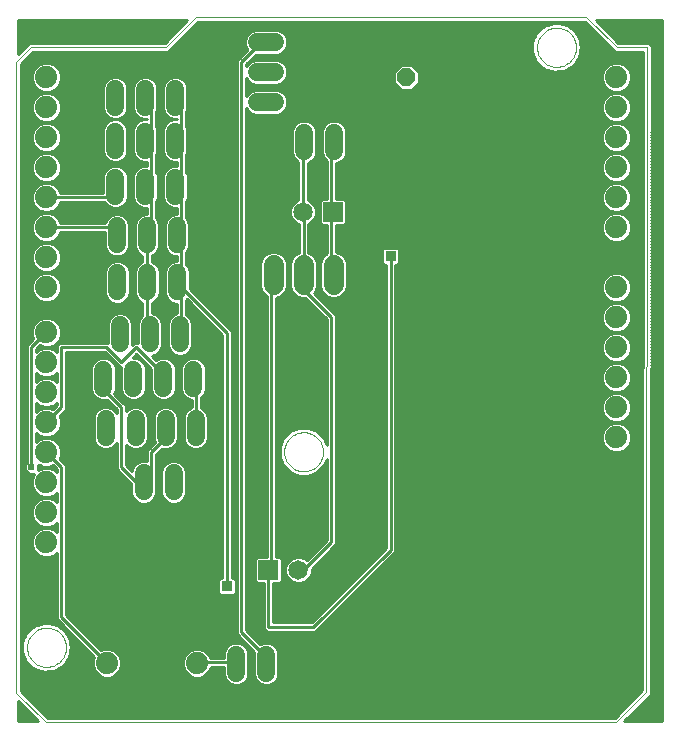
<source format=gtl>
G75*
G70*
%OFA0B0*%
%FSLAX24Y24*%
%IPPOS*%
%LPD*%
%AMOC8*
5,1,8,0,0,1.08239X$1,22.5*
%
%ADD10C,0.0000*%
%ADD11C,0.0740*%
%ADD12C,0.0600*%
%ADD13OC8,0.0600*%
%ADD14R,0.0650X0.0650*%
%ADD15C,0.0650*%
%ADD16C,0.0660*%
%ADD17C,0.0100*%
%ADD18C,0.0160*%
%ADD19R,0.0356X0.0356*%
%ADD20C,0.0240*%
D10*
X000500Y007222D02*
X001500Y006252D01*
X020500Y006252D01*
X021500Y007252D01*
X021520Y028748D01*
X020504Y028748D01*
X019500Y029752D01*
X006500Y029752D01*
X005500Y028752D01*
X001000Y028752D01*
X000490Y028248D01*
X000500Y007222D01*
X000850Y008752D02*
X000852Y008802D01*
X000858Y008852D01*
X000868Y008902D01*
X000881Y008950D01*
X000898Y008998D01*
X000919Y009044D01*
X000943Y009088D01*
X000971Y009130D01*
X001002Y009170D01*
X001036Y009207D01*
X001073Y009242D01*
X001112Y009273D01*
X001153Y009302D01*
X001197Y009327D01*
X001243Y009349D01*
X001290Y009367D01*
X001338Y009381D01*
X001387Y009392D01*
X001437Y009399D01*
X001487Y009402D01*
X001538Y009401D01*
X001588Y009396D01*
X001638Y009387D01*
X001686Y009375D01*
X001734Y009358D01*
X001780Y009338D01*
X001825Y009315D01*
X001868Y009288D01*
X001908Y009258D01*
X001946Y009225D01*
X001981Y009189D01*
X002014Y009150D01*
X002043Y009109D01*
X002069Y009066D01*
X002092Y009021D01*
X002111Y008974D01*
X002126Y008926D01*
X002138Y008877D01*
X002146Y008827D01*
X002150Y008777D01*
X002150Y008727D01*
X002146Y008677D01*
X002138Y008627D01*
X002126Y008578D01*
X002111Y008530D01*
X002092Y008483D01*
X002069Y008438D01*
X002043Y008395D01*
X002014Y008354D01*
X001981Y008315D01*
X001946Y008279D01*
X001908Y008246D01*
X001868Y008216D01*
X001825Y008189D01*
X001780Y008166D01*
X001734Y008146D01*
X001686Y008129D01*
X001638Y008117D01*
X001588Y008108D01*
X001538Y008103D01*
X001487Y008102D01*
X001437Y008105D01*
X001387Y008112D01*
X001338Y008123D01*
X001290Y008137D01*
X001243Y008155D01*
X001197Y008177D01*
X001153Y008202D01*
X001112Y008231D01*
X001073Y008262D01*
X001036Y008297D01*
X001002Y008334D01*
X000971Y008374D01*
X000943Y008416D01*
X000919Y008460D01*
X000898Y008506D01*
X000881Y008554D01*
X000868Y008602D01*
X000858Y008652D01*
X000852Y008702D01*
X000850Y008752D01*
X009420Y015272D02*
X009422Y015322D01*
X009428Y015372D01*
X009438Y015422D01*
X009451Y015470D01*
X009468Y015518D01*
X009489Y015564D01*
X009513Y015608D01*
X009541Y015650D01*
X009572Y015690D01*
X009606Y015727D01*
X009643Y015762D01*
X009682Y015793D01*
X009723Y015822D01*
X009767Y015847D01*
X009813Y015869D01*
X009860Y015887D01*
X009908Y015901D01*
X009957Y015912D01*
X010007Y015919D01*
X010057Y015922D01*
X010108Y015921D01*
X010158Y015916D01*
X010208Y015907D01*
X010256Y015895D01*
X010304Y015878D01*
X010350Y015858D01*
X010395Y015835D01*
X010438Y015808D01*
X010478Y015778D01*
X010516Y015745D01*
X010551Y015709D01*
X010584Y015670D01*
X010613Y015629D01*
X010639Y015586D01*
X010662Y015541D01*
X010681Y015494D01*
X010696Y015446D01*
X010708Y015397D01*
X010716Y015347D01*
X010720Y015297D01*
X010720Y015247D01*
X010716Y015197D01*
X010708Y015147D01*
X010696Y015098D01*
X010681Y015050D01*
X010662Y015003D01*
X010639Y014958D01*
X010613Y014915D01*
X010584Y014874D01*
X010551Y014835D01*
X010516Y014799D01*
X010478Y014766D01*
X010438Y014736D01*
X010395Y014709D01*
X010350Y014686D01*
X010304Y014666D01*
X010256Y014649D01*
X010208Y014637D01*
X010158Y014628D01*
X010108Y014623D01*
X010057Y014622D01*
X010007Y014625D01*
X009957Y014632D01*
X009908Y014643D01*
X009860Y014657D01*
X009813Y014675D01*
X009767Y014697D01*
X009723Y014722D01*
X009682Y014751D01*
X009643Y014782D01*
X009606Y014817D01*
X009572Y014854D01*
X009541Y014894D01*
X009513Y014936D01*
X009489Y014980D01*
X009468Y015026D01*
X009451Y015074D01*
X009438Y015122D01*
X009428Y015172D01*
X009422Y015222D01*
X009420Y015272D01*
X017850Y028752D02*
X017852Y028802D01*
X017858Y028852D01*
X017868Y028902D01*
X017881Y028950D01*
X017898Y028998D01*
X017919Y029044D01*
X017943Y029088D01*
X017971Y029130D01*
X018002Y029170D01*
X018036Y029207D01*
X018073Y029242D01*
X018112Y029273D01*
X018153Y029302D01*
X018197Y029327D01*
X018243Y029349D01*
X018290Y029367D01*
X018338Y029381D01*
X018387Y029392D01*
X018437Y029399D01*
X018487Y029402D01*
X018538Y029401D01*
X018588Y029396D01*
X018638Y029387D01*
X018686Y029375D01*
X018734Y029358D01*
X018780Y029338D01*
X018825Y029315D01*
X018868Y029288D01*
X018908Y029258D01*
X018946Y029225D01*
X018981Y029189D01*
X019014Y029150D01*
X019043Y029109D01*
X019069Y029066D01*
X019092Y029021D01*
X019111Y028974D01*
X019126Y028926D01*
X019138Y028877D01*
X019146Y028827D01*
X019150Y028777D01*
X019150Y028727D01*
X019146Y028677D01*
X019138Y028627D01*
X019126Y028578D01*
X019111Y028530D01*
X019092Y028483D01*
X019069Y028438D01*
X019043Y028395D01*
X019014Y028354D01*
X018981Y028315D01*
X018946Y028279D01*
X018908Y028246D01*
X018868Y028216D01*
X018825Y028189D01*
X018780Y028166D01*
X018734Y028146D01*
X018686Y028129D01*
X018638Y028117D01*
X018588Y028108D01*
X018538Y028103D01*
X018487Y028102D01*
X018437Y028105D01*
X018387Y028112D01*
X018338Y028123D01*
X018290Y028137D01*
X018243Y028155D01*
X018197Y028177D01*
X018153Y028202D01*
X018112Y028231D01*
X018073Y028262D01*
X018036Y028297D01*
X018002Y028334D01*
X017971Y028374D01*
X017943Y028416D01*
X017919Y028460D01*
X017898Y028506D01*
X017881Y028554D01*
X017868Y028602D01*
X017858Y028652D01*
X017852Y028702D01*
X017850Y028752D01*
D11*
X020500Y027752D03*
X020500Y026752D03*
X020500Y025752D03*
X020500Y024752D03*
X020500Y023752D03*
X020500Y022752D03*
X020500Y020752D03*
X020500Y019752D03*
X020500Y018752D03*
X020500Y017752D03*
X020500Y016752D03*
X020500Y015752D03*
X006520Y008222D03*
X003520Y008222D03*
X001500Y012252D03*
X001500Y013252D03*
X001500Y014252D03*
X001500Y015252D03*
X001500Y016252D03*
X001500Y017252D03*
X001500Y018252D03*
X001500Y019252D03*
X001500Y020752D03*
X001500Y021752D03*
X001500Y022752D03*
X001500Y023752D03*
X001500Y024752D03*
X001500Y025752D03*
X001500Y026752D03*
X001500Y027752D03*
D12*
X003790Y027362D02*
X003790Y026762D01*
X003790Y025942D02*
X003790Y025342D01*
X003800Y024402D02*
X003800Y023802D01*
X003850Y022792D02*
X003850Y022192D01*
X003860Y021222D02*
X003860Y020622D01*
X003950Y019482D02*
X003950Y018882D01*
X004400Y018002D02*
X004400Y017402D01*
X003400Y017402D02*
X003400Y018002D01*
X003480Y016362D02*
X003480Y015762D01*
X004480Y015762D02*
X004480Y016362D01*
X005480Y016362D02*
X005480Y015762D01*
X005740Y014552D02*
X005740Y013952D01*
X004740Y013952D02*
X004740Y014552D01*
X006480Y015762D02*
X006480Y016362D01*
X006400Y017402D02*
X006400Y018002D01*
X005950Y018882D02*
X005950Y019482D01*
X005860Y020622D02*
X005860Y021222D01*
X005850Y022192D02*
X005850Y022792D01*
X005800Y023802D02*
X005800Y024402D01*
X005790Y025342D02*
X005790Y025942D01*
X005790Y026762D02*
X005790Y027362D01*
X004790Y027362D02*
X004790Y026762D01*
X004790Y025942D02*
X004790Y025342D01*
X004800Y024402D02*
X004800Y023802D01*
X004850Y022792D02*
X004850Y022192D01*
X004860Y021222D02*
X004860Y020622D01*
X004950Y019482D02*
X004950Y018882D01*
X005400Y018002D02*
X005400Y017402D01*
X010090Y025302D02*
X010090Y025902D01*
X011090Y025902D02*
X011090Y025302D01*
X009120Y026922D02*
X008520Y026922D01*
X008520Y027922D02*
X009120Y027922D01*
X009120Y028922D02*
X008520Y028922D01*
X008820Y008502D02*
X008820Y007902D01*
X007820Y007902D02*
X007820Y008502D01*
D13*
X013500Y027752D03*
D14*
X011050Y023262D03*
X008900Y011332D03*
D15*
X009900Y011332D03*
X010050Y023262D03*
D16*
X010070Y021502D02*
X010070Y020842D01*
X011070Y020842D02*
X011070Y021502D01*
X009070Y021502D02*
X009070Y020842D01*
D17*
X009000Y020752D02*
X009070Y021172D01*
X009000Y020752D02*
X009000Y011252D01*
X008900Y011332D01*
X008900Y009422D01*
X010400Y009422D01*
X012970Y011992D01*
X012970Y021792D01*
X013258Y021809D02*
X021364Y021809D01*
X021364Y021907D02*
X013258Y021907D01*
X013258Y022006D02*
X021364Y022006D01*
X021364Y022104D02*
X011160Y022104D01*
X011160Y022006D02*
X012682Y022006D01*
X012682Y022016D02*
X012682Y021569D01*
X012746Y021504D01*
X012810Y021504D01*
X012810Y012059D01*
X010334Y009582D01*
X009060Y009582D01*
X009060Y010897D01*
X009271Y010897D01*
X009335Y010962D01*
X009335Y011703D01*
X009271Y011767D01*
X009160Y011767D01*
X009160Y020403D01*
X009319Y020469D01*
X009443Y020593D01*
X009510Y020755D01*
X009510Y021590D01*
X009443Y021752D01*
X009319Y021875D01*
X009158Y021942D01*
X008982Y021942D01*
X008821Y021875D01*
X008697Y021752D01*
X008630Y021590D01*
X008630Y020755D01*
X008697Y020593D01*
X008821Y020469D01*
X008840Y020461D01*
X008840Y011767D01*
X008529Y011767D01*
X008465Y011703D01*
X008465Y010962D01*
X008529Y010897D01*
X008740Y010897D01*
X008740Y009356D01*
X008834Y009262D01*
X010466Y009262D01*
X010560Y009356D01*
X013130Y011926D01*
X013130Y021504D01*
X013194Y021504D01*
X013258Y021569D01*
X013258Y022016D01*
X013194Y022080D01*
X012746Y022080D01*
X012682Y022016D01*
X012682Y021907D02*
X011242Y021907D01*
X011319Y021875D02*
X011160Y021941D01*
X011160Y022827D01*
X011421Y022827D01*
X011485Y022892D01*
X011485Y023633D01*
X011421Y023697D01*
X011160Y023697D01*
X011160Y024892D01*
X011172Y024892D01*
X011322Y024955D01*
X011438Y025070D01*
X011500Y025221D01*
X011500Y025984D01*
X011438Y026135D01*
X011322Y026250D01*
X011172Y026312D01*
X011008Y026312D01*
X010858Y026250D01*
X010742Y026135D01*
X010680Y025984D01*
X010680Y025221D01*
X010742Y025070D01*
X010840Y024973D01*
X010840Y023697D01*
X010679Y023697D01*
X010615Y023633D01*
X010615Y022892D01*
X010679Y022827D01*
X010840Y022827D01*
X010840Y021883D01*
X010821Y021875D01*
X010697Y021752D01*
X010630Y021590D01*
X010630Y020755D01*
X010697Y020593D01*
X010821Y020469D01*
X010982Y020402D01*
X011158Y020402D01*
X011319Y020469D01*
X011443Y020593D01*
X011510Y020755D01*
X011510Y021590D01*
X011443Y021752D01*
X011319Y021875D01*
X011386Y021809D02*
X012682Y021809D01*
X012682Y021710D02*
X011460Y021710D01*
X011501Y021612D02*
X012682Y021612D01*
X012737Y021513D02*
X011510Y021513D01*
X011510Y021415D02*
X012810Y021415D01*
X012810Y021316D02*
X011510Y021316D01*
X011510Y021218D02*
X012810Y021218D01*
X012810Y021119D02*
X011510Y021119D01*
X011510Y021021D02*
X012810Y021021D01*
X012810Y020922D02*
X011510Y020922D01*
X011510Y020824D02*
X012810Y020824D01*
X012810Y020725D02*
X011498Y020725D01*
X011457Y020627D02*
X012810Y020627D01*
X012810Y020528D02*
X011378Y020528D01*
X011224Y020430D02*
X012810Y020430D01*
X012810Y020331D02*
X010647Y020331D01*
X010746Y020233D02*
X012810Y020233D01*
X012810Y020134D02*
X010844Y020134D01*
X010943Y020036D02*
X012810Y020036D01*
X012810Y019937D02*
X011041Y019937D01*
X011140Y019839D02*
X012810Y019839D01*
X012810Y019740D02*
X011160Y019740D01*
X011160Y019819D02*
X010414Y020564D01*
X010443Y020593D01*
X010510Y020755D01*
X010510Y021590D01*
X010443Y021752D01*
X010319Y021875D01*
X010230Y021912D01*
X010230Y022866D01*
X010296Y022894D01*
X010419Y023016D01*
X010485Y023176D01*
X010485Y023349D01*
X010419Y023509D01*
X010296Y023631D01*
X010210Y023667D01*
X010210Y024908D01*
X010322Y024955D01*
X010438Y025070D01*
X010500Y025221D01*
X010500Y025984D01*
X010438Y026135D01*
X010322Y026250D01*
X010172Y026312D01*
X010008Y026312D01*
X009858Y026250D01*
X009742Y026135D01*
X009680Y025984D01*
X009680Y025221D01*
X009742Y025070D01*
X009858Y024955D01*
X009890Y024941D01*
X009890Y023667D01*
X009804Y023631D01*
X009681Y023509D01*
X009615Y023349D01*
X009615Y023176D01*
X009681Y023016D01*
X009804Y022894D01*
X009910Y022850D01*
X009910Y021912D01*
X009821Y021875D01*
X009697Y021752D01*
X009630Y021590D01*
X009630Y020755D01*
X009697Y020593D01*
X009821Y020469D01*
X009982Y020402D01*
X010124Y020402D01*
X010840Y019686D01*
X010840Y015504D01*
X010748Y015726D01*
X010523Y015951D01*
X010229Y016072D01*
X009911Y016072D01*
X009617Y015951D01*
X009392Y015726D01*
X009270Y015431D01*
X009270Y015113D01*
X009392Y014819D01*
X009617Y014594D01*
X009911Y014472D01*
X010229Y014472D01*
X010523Y014594D01*
X010748Y014819D01*
X010840Y015041D01*
X010840Y012319D01*
X010184Y011663D01*
X010185Y011663D01*
X010184Y011663D02*
X010146Y011701D01*
X009987Y011767D01*
X009813Y011767D01*
X009654Y011701D01*
X009531Y011579D01*
X009465Y011419D01*
X009465Y011246D01*
X009531Y011086D01*
X009654Y010964D01*
X009813Y010897D01*
X009987Y010897D01*
X010146Y010964D01*
X010269Y011086D01*
X010335Y011246D01*
X010335Y011361D01*
X011066Y012092D01*
X011160Y012186D01*
X011160Y019819D01*
X011000Y019752D02*
X010000Y020752D01*
X010070Y021172D01*
X010070Y023242D01*
X010050Y023262D02*
X010050Y025562D01*
X009680Y025552D02*
X008160Y025552D01*
X008160Y025650D02*
X009680Y025650D01*
X009680Y025749D02*
X008160Y025749D01*
X008160Y025847D02*
X009680Y025847D01*
X009680Y025946D02*
X008160Y025946D01*
X008160Y026044D02*
X009705Y026044D01*
X009751Y026143D02*
X008160Y026143D01*
X008160Y026241D02*
X009849Y026241D01*
X010331Y026241D02*
X010849Y026241D01*
X010751Y026143D02*
X010429Y026143D01*
X010475Y026044D02*
X010705Y026044D01*
X010680Y025946D02*
X010500Y025946D01*
X010500Y025847D02*
X010680Y025847D01*
X010680Y025749D02*
X010500Y025749D01*
X010500Y025650D02*
X010680Y025650D01*
X010680Y025552D02*
X010500Y025552D01*
X010500Y025453D02*
X010680Y025453D01*
X010680Y025355D02*
X010500Y025355D01*
X010500Y025256D02*
X010680Y025256D01*
X010706Y025158D02*
X010474Y025158D01*
X010427Y025059D02*
X010753Y025059D01*
X010840Y024961D02*
X010328Y024961D01*
X010210Y024862D02*
X010840Y024862D01*
X010840Y024764D02*
X010210Y024764D01*
X010210Y024665D02*
X010840Y024665D01*
X010840Y024567D02*
X010210Y024567D01*
X010210Y024468D02*
X010840Y024468D01*
X010840Y024370D02*
X010210Y024370D01*
X010210Y024271D02*
X010840Y024271D01*
X010840Y024173D02*
X010210Y024173D01*
X010210Y024074D02*
X010840Y024074D01*
X010840Y023976D02*
X010210Y023976D01*
X010210Y023877D02*
X010840Y023877D01*
X010840Y023779D02*
X010210Y023779D01*
X010210Y023680D02*
X010662Y023680D01*
X010615Y023582D02*
X010346Y023582D01*
X010429Y023483D02*
X010615Y023483D01*
X010615Y023385D02*
X010470Y023385D01*
X010485Y023286D02*
X010615Y023286D01*
X010615Y023188D02*
X010485Y023188D01*
X010449Y023089D02*
X010615Y023089D01*
X010615Y022991D02*
X010394Y022991D01*
X010294Y022892D02*
X010615Y022892D01*
X010840Y022794D02*
X010230Y022794D01*
X010230Y022695D02*
X010840Y022695D01*
X010840Y022597D02*
X010230Y022597D01*
X010230Y022498D02*
X010840Y022498D01*
X010840Y022400D02*
X010230Y022400D01*
X010230Y022301D02*
X010840Y022301D01*
X010840Y022203D02*
X010230Y022203D01*
X010230Y022104D02*
X010840Y022104D01*
X010840Y022006D02*
X010230Y022006D01*
X010242Y021907D02*
X010840Y021907D01*
X010754Y021809D02*
X010386Y021809D01*
X010460Y021710D02*
X010680Y021710D01*
X010639Y021612D02*
X010501Y021612D01*
X010510Y021513D02*
X010630Y021513D01*
X010630Y021415D02*
X010510Y021415D01*
X010510Y021316D02*
X010630Y021316D01*
X010630Y021218D02*
X010510Y021218D01*
X010510Y021119D02*
X010630Y021119D01*
X010630Y021021D02*
X010510Y021021D01*
X010510Y020922D02*
X010630Y020922D01*
X010630Y020824D02*
X010510Y020824D01*
X010498Y020725D02*
X010642Y020725D01*
X010683Y020627D02*
X010457Y020627D01*
X010450Y020528D02*
X010762Y020528D01*
X010916Y020430D02*
X010549Y020430D01*
X010293Y020233D02*
X009160Y020233D01*
X009160Y020331D02*
X010195Y020331D01*
X010392Y020134D02*
X009160Y020134D01*
X009160Y020036D02*
X010490Y020036D01*
X010589Y019937D02*
X009160Y019937D01*
X009160Y019839D02*
X010687Y019839D01*
X010786Y019740D02*
X009160Y019740D01*
X009160Y019642D02*
X010840Y019642D01*
X010840Y019543D02*
X009160Y019543D01*
X009160Y019445D02*
X010840Y019445D01*
X010840Y019346D02*
X009160Y019346D01*
X009160Y019248D02*
X010840Y019248D01*
X010840Y019149D02*
X009160Y019149D01*
X009160Y019051D02*
X010840Y019051D01*
X010840Y018952D02*
X009160Y018952D01*
X009160Y018854D02*
X010840Y018854D01*
X010840Y018755D02*
X009160Y018755D01*
X009160Y018657D02*
X010840Y018657D01*
X010840Y018558D02*
X009160Y018558D01*
X009160Y018460D02*
X010840Y018460D01*
X010840Y018361D02*
X009160Y018361D01*
X009160Y018263D02*
X010840Y018263D01*
X010840Y018164D02*
X009160Y018164D01*
X009160Y018066D02*
X010840Y018066D01*
X010840Y017967D02*
X009160Y017967D01*
X009160Y017869D02*
X010840Y017869D01*
X010840Y017770D02*
X009160Y017770D01*
X009160Y017672D02*
X010840Y017672D01*
X010840Y017573D02*
X009160Y017573D01*
X009160Y017475D02*
X010840Y017475D01*
X010840Y017376D02*
X009160Y017376D01*
X009160Y017278D02*
X010840Y017278D01*
X010840Y017179D02*
X009160Y017179D01*
X009160Y017081D02*
X010840Y017081D01*
X010840Y016982D02*
X009160Y016982D01*
X009160Y016884D02*
X010840Y016884D01*
X010840Y016785D02*
X009160Y016785D01*
X009160Y016687D02*
X010840Y016687D01*
X010840Y016588D02*
X009160Y016588D01*
X009160Y016490D02*
X010840Y016490D01*
X010840Y016391D02*
X009160Y016391D01*
X009160Y016293D02*
X010840Y016293D01*
X010840Y016194D02*
X009160Y016194D01*
X009160Y016096D02*
X010840Y016096D01*
X010840Y015997D02*
X010410Y015997D01*
X010575Y015899D02*
X010840Y015899D01*
X010840Y015800D02*
X010673Y015800D01*
X010758Y015702D02*
X010840Y015702D01*
X010840Y015603D02*
X010799Y015603D01*
X010840Y015505D02*
X010840Y015505D01*
X010828Y015012D02*
X010840Y015012D01*
X010840Y014914D02*
X010787Y014914D01*
X010744Y014815D02*
X010840Y014815D01*
X010840Y014717D02*
X010646Y014717D01*
X010547Y014618D02*
X010840Y014618D01*
X010840Y014520D02*
X010344Y014520D01*
X010840Y014421D02*
X009160Y014421D01*
X009160Y014323D02*
X010840Y014323D01*
X010840Y014224D02*
X009160Y014224D01*
X009160Y014126D02*
X010840Y014126D01*
X010840Y014027D02*
X009160Y014027D01*
X009160Y013929D02*
X010840Y013929D01*
X010840Y013830D02*
X009160Y013830D01*
X009160Y013732D02*
X010840Y013732D01*
X010840Y013633D02*
X009160Y013633D01*
X009160Y013535D02*
X010840Y013535D01*
X010840Y013436D02*
X009160Y013436D01*
X009160Y013338D02*
X010840Y013338D01*
X010840Y013239D02*
X009160Y013239D01*
X009160Y013141D02*
X010840Y013141D01*
X010840Y013042D02*
X009160Y013042D01*
X009160Y012944D02*
X010840Y012944D01*
X010840Y012845D02*
X009160Y012845D01*
X009160Y012747D02*
X010840Y012747D01*
X010840Y012648D02*
X009160Y012648D01*
X009160Y012550D02*
X010840Y012550D01*
X010840Y012451D02*
X009160Y012451D01*
X009160Y012353D02*
X010840Y012353D01*
X010776Y012254D02*
X009160Y012254D01*
X009160Y012156D02*
X010677Y012156D01*
X010579Y012057D02*
X009160Y012057D01*
X009160Y011959D02*
X010480Y011959D01*
X010382Y011860D02*
X009160Y011860D01*
X009276Y011762D02*
X009800Y011762D01*
X010000Y011762D02*
X010283Y011762D01*
X010539Y011565D02*
X012316Y011565D01*
X012218Y011466D02*
X010440Y011466D01*
X010342Y011368D02*
X012119Y011368D01*
X012021Y011269D02*
X010335Y011269D01*
X010304Y011171D02*
X011922Y011171D01*
X011824Y011072D02*
X010255Y011072D01*
X010157Y010974D02*
X011725Y010974D01*
X011627Y010875D02*
X009060Y010875D01*
X009060Y010777D02*
X011528Y010777D01*
X011430Y010678D02*
X009060Y010678D01*
X009060Y010580D02*
X011331Y010580D01*
X011233Y010481D02*
X009060Y010481D01*
X009060Y010383D02*
X011134Y010383D01*
X011036Y010284D02*
X009060Y010284D01*
X009060Y010186D02*
X010937Y010186D01*
X010839Y010087D02*
X009060Y010087D01*
X009060Y009989D02*
X010740Y009989D01*
X010642Y009890D02*
X009060Y009890D01*
X009060Y009792D02*
X010543Y009792D01*
X010445Y009693D02*
X009060Y009693D01*
X009060Y009595D02*
X010346Y009595D01*
X010602Y009398D02*
X021352Y009398D01*
X021352Y009496D02*
X010700Y009496D01*
X010799Y009595D02*
X021352Y009595D01*
X021352Y009693D02*
X010897Y009693D01*
X010996Y009792D02*
X021352Y009792D01*
X021352Y009890D02*
X011094Y009890D01*
X011193Y009989D02*
X021353Y009989D01*
X021353Y010087D02*
X011291Y010087D01*
X011390Y010186D02*
X021353Y010186D01*
X021353Y010284D02*
X011488Y010284D01*
X011587Y010383D02*
X021353Y010383D01*
X021353Y010481D02*
X011685Y010481D01*
X011784Y010580D02*
X021353Y010580D01*
X021353Y010678D02*
X011882Y010678D01*
X011981Y010777D02*
X021353Y010777D01*
X021353Y010875D02*
X012079Y010875D01*
X012178Y010974D02*
X021353Y010974D01*
X021354Y011072D02*
X012276Y011072D01*
X012375Y011171D02*
X021354Y011171D01*
X021354Y011269D02*
X012473Y011269D01*
X012572Y011368D02*
X021354Y011368D01*
X021354Y011466D02*
X012670Y011466D01*
X012769Y011565D02*
X021354Y011565D01*
X021354Y011663D02*
X012867Y011663D01*
X012966Y011762D02*
X021354Y011762D01*
X021354Y011860D02*
X013064Y011860D01*
X013130Y011959D02*
X021354Y011959D01*
X021354Y012057D02*
X013130Y012057D01*
X013130Y012156D02*
X021355Y012156D01*
X021355Y012254D02*
X013130Y012254D01*
X013130Y012353D02*
X021355Y012353D01*
X021355Y012451D02*
X013130Y012451D01*
X013130Y012550D02*
X021355Y012550D01*
X021355Y012648D02*
X013130Y012648D01*
X013130Y012747D02*
X021355Y012747D01*
X021355Y012845D02*
X013130Y012845D01*
X013130Y012944D02*
X021355Y012944D01*
X021355Y013042D02*
X013130Y013042D01*
X013130Y013141D02*
X021356Y013141D01*
X021356Y013239D02*
X013130Y013239D01*
X013130Y013338D02*
X021356Y013338D01*
X021356Y013436D02*
X013130Y013436D01*
X013130Y013535D02*
X021356Y013535D01*
X021356Y013633D02*
X013130Y013633D01*
X013130Y013732D02*
X021356Y013732D01*
X021356Y013830D02*
X013130Y013830D01*
X013130Y013929D02*
X021356Y013929D01*
X021356Y014027D02*
X013130Y014027D01*
X013130Y014126D02*
X021356Y014126D01*
X021357Y014224D02*
X013130Y014224D01*
X013130Y014323D02*
X021357Y014323D01*
X021357Y014421D02*
X013130Y014421D01*
X013130Y014520D02*
X021357Y014520D01*
X021357Y014618D02*
X013130Y014618D01*
X013130Y014717D02*
X021357Y014717D01*
X021357Y014815D02*
X013130Y014815D01*
X013130Y014914D02*
X021357Y014914D01*
X021357Y015012D02*
X013130Y015012D01*
X013130Y015111D02*
X021357Y015111D01*
X021357Y015209D02*
X013130Y015209D01*
X013130Y015308D02*
X020319Y015308D01*
X020405Y015272D02*
X020595Y015272D01*
X020772Y015345D01*
X020907Y015480D01*
X020980Y015657D01*
X020980Y015848D01*
X020907Y016024D01*
X020772Y016159D01*
X020595Y016232D01*
X020405Y016232D01*
X020228Y016159D01*
X020093Y016024D01*
X020020Y015848D01*
X020020Y015657D01*
X020093Y015480D01*
X020228Y015345D01*
X020405Y015272D01*
X020167Y015406D02*
X013130Y015406D01*
X013130Y015505D02*
X020083Y015505D01*
X020042Y015603D02*
X013130Y015603D01*
X013130Y015702D02*
X020020Y015702D01*
X020020Y015800D02*
X013130Y015800D01*
X013130Y015899D02*
X020041Y015899D01*
X020082Y015997D02*
X013130Y015997D01*
X013130Y016096D02*
X020165Y016096D01*
X020313Y016194D02*
X013130Y016194D01*
X013130Y016293D02*
X020355Y016293D01*
X020405Y016272D02*
X020595Y016272D01*
X020772Y016345D01*
X020907Y016480D01*
X020980Y016657D01*
X020980Y016848D01*
X020907Y017024D01*
X020772Y017159D01*
X020595Y017232D01*
X020405Y017232D01*
X020228Y017159D01*
X020093Y017024D01*
X020020Y016848D01*
X020020Y016657D01*
X020093Y016480D01*
X020228Y016345D01*
X020405Y016272D01*
X020645Y016293D02*
X021358Y016293D01*
X021359Y016391D02*
X020818Y016391D01*
X020911Y016490D02*
X021359Y016490D01*
X021359Y016588D02*
X020952Y016588D01*
X020980Y016687D02*
X021359Y016687D01*
X021359Y016785D02*
X020980Y016785D01*
X020965Y016884D02*
X021359Y016884D01*
X021359Y016982D02*
X020924Y016982D01*
X020850Y017081D02*
X021359Y017081D01*
X021359Y017179D02*
X020723Y017179D01*
X020609Y017278D02*
X021359Y017278D01*
X021359Y017376D02*
X020803Y017376D01*
X020772Y017345D02*
X020907Y017480D01*
X020980Y017657D01*
X020980Y017848D01*
X020907Y018024D01*
X020772Y018159D01*
X020595Y018232D01*
X020405Y018232D01*
X020228Y018159D01*
X020093Y018024D01*
X020020Y017848D01*
X020020Y017657D01*
X020093Y017480D01*
X020228Y017345D01*
X020405Y017272D01*
X020595Y017272D01*
X020772Y017345D01*
X020901Y017475D02*
X021360Y017475D01*
X021360Y017573D02*
X020945Y017573D01*
X020980Y017672D02*
X021360Y017672D01*
X021360Y017770D02*
X020980Y017770D01*
X020971Y017869D02*
X021360Y017869D01*
X021360Y017967D02*
X020930Y017967D01*
X020865Y018066D02*
X021360Y018066D01*
X021360Y018164D02*
X020760Y018164D01*
X020772Y018345D02*
X020595Y018272D01*
X020405Y018272D01*
X020228Y018345D01*
X020093Y018480D01*
X020020Y018657D01*
X013130Y018657D01*
X013130Y018755D02*
X020020Y018755D01*
X020020Y018848D02*
X020020Y018657D01*
X020061Y018558D02*
X013130Y018558D01*
X013130Y018460D02*
X020114Y018460D01*
X020212Y018361D02*
X013130Y018361D01*
X013130Y018263D02*
X021360Y018263D01*
X021360Y018361D02*
X020788Y018361D01*
X020772Y018345D02*
X020907Y018480D01*
X020980Y018657D01*
X021361Y018657D01*
X021361Y018755D02*
X020980Y018755D01*
X020980Y018848D02*
X020980Y018657D01*
X020939Y018558D02*
X021361Y018558D01*
X021360Y018460D02*
X020886Y018460D01*
X020980Y018848D02*
X020907Y019024D01*
X020772Y019159D01*
X020595Y019232D01*
X020405Y019232D01*
X020228Y019159D01*
X020093Y019024D01*
X020020Y018848D01*
X020023Y018854D02*
X013130Y018854D01*
X013130Y018952D02*
X020063Y018952D01*
X020120Y019051D02*
X013130Y019051D01*
X013130Y019149D02*
X020218Y019149D01*
X020228Y019345D02*
X020405Y019272D01*
X020595Y019272D01*
X020772Y019345D01*
X020907Y019480D01*
X020980Y019657D01*
X020980Y019848D01*
X020907Y020024D01*
X020772Y020159D01*
X020595Y020232D01*
X020405Y020232D01*
X020228Y020159D01*
X020093Y020024D01*
X020020Y019848D01*
X020020Y019657D01*
X020093Y019480D01*
X020228Y019345D01*
X020227Y019346D02*
X013130Y019346D01*
X013130Y019248D02*
X021361Y019248D01*
X021361Y019346D02*
X020773Y019346D01*
X020871Y019445D02*
X021361Y019445D01*
X021361Y019543D02*
X020933Y019543D01*
X020974Y019642D02*
X021362Y019642D01*
X021362Y019740D02*
X020980Y019740D01*
X020980Y019839D02*
X021362Y019839D01*
X021362Y019937D02*
X020943Y019937D01*
X020895Y020036D02*
X021362Y020036D01*
X021362Y020134D02*
X020797Y020134D01*
X020738Y020331D02*
X021362Y020331D01*
X021362Y020233D02*
X013130Y020233D01*
X013130Y020331D02*
X020262Y020331D01*
X020228Y020345D02*
X020405Y020272D01*
X020595Y020272D01*
X020772Y020345D01*
X020907Y020480D01*
X020980Y020657D01*
X020980Y020848D01*
X020907Y021024D01*
X020772Y021159D01*
X020595Y021232D01*
X020405Y021232D01*
X020228Y021159D01*
X020093Y021024D01*
X020020Y020848D01*
X020020Y020657D01*
X020093Y020480D01*
X020228Y020345D01*
X020144Y020430D02*
X013130Y020430D01*
X013130Y020528D02*
X020073Y020528D01*
X020032Y020627D02*
X013130Y020627D01*
X013130Y020725D02*
X020020Y020725D01*
X020020Y020824D02*
X013130Y020824D01*
X013130Y020922D02*
X020051Y020922D01*
X020092Y021021D02*
X013130Y021021D01*
X013130Y021119D02*
X020188Y021119D01*
X020370Y021218D02*
X013130Y021218D01*
X013130Y021316D02*
X021363Y021316D01*
X021363Y021218D02*
X020630Y021218D01*
X020812Y021119D02*
X021363Y021119D01*
X021363Y021021D02*
X020908Y021021D01*
X020949Y020922D02*
X021363Y020922D01*
X021363Y020824D02*
X020980Y020824D01*
X020980Y020725D02*
X021363Y020725D01*
X021362Y020627D02*
X020968Y020627D01*
X020927Y020528D02*
X021362Y020528D01*
X021362Y020430D02*
X020856Y020430D01*
X020203Y020134D02*
X013130Y020134D01*
X013130Y020036D02*
X020105Y020036D01*
X020057Y019937D02*
X013130Y019937D01*
X013130Y019839D02*
X020020Y019839D01*
X020020Y019740D02*
X013130Y019740D01*
X013130Y019642D02*
X020026Y019642D01*
X020067Y019543D02*
X013130Y019543D01*
X013130Y019445D02*
X020129Y019445D01*
X020782Y019149D02*
X021361Y019149D01*
X021361Y019051D02*
X020880Y019051D01*
X020937Y018952D02*
X021361Y018952D01*
X021361Y018854D02*
X020977Y018854D01*
X021661Y018854D02*
X022010Y018854D01*
X022010Y018952D02*
X021661Y018952D01*
X021661Y019051D02*
X022010Y019051D01*
X022010Y019149D02*
X021661Y019149D01*
X021661Y019248D02*
X022010Y019248D01*
X022010Y019346D02*
X021661Y019346D01*
X021661Y019445D02*
X022010Y019445D01*
X022010Y019543D02*
X021661Y019543D01*
X021662Y019642D02*
X022010Y019642D01*
X022010Y019740D02*
X021662Y019740D01*
X021662Y019839D02*
X022010Y019839D01*
X022010Y019937D02*
X021662Y019937D01*
X021662Y020036D02*
X022010Y020036D01*
X022010Y020134D02*
X021662Y020134D01*
X021662Y020233D02*
X022010Y020233D01*
X022010Y020331D02*
X021662Y020331D01*
X021662Y020430D02*
X022010Y020430D01*
X022010Y020528D02*
X021662Y020528D01*
X021662Y020627D02*
X022010Y020627D01*
X022010Y020725D02*
X021663Y020725D01*
X021663Y020824D02*
X022010Y020824D01*
X022010Y020922D02*
X021663Y020922D01*
X021663Y021021D02*
X022010Y021021D01*
X022010Y021119D02*
X021663Y021119D01*
X021663Y021218D02*
X022010Y021218D01*
X022010Y021316D02*
X021663Y021316D01*
X021663Y021415D02*
X022010Y021415D01*
X022010Y021513D02*
X021663Y021513D01*
X021663Y021612D02*
X022010Y021612D01*
X022010Y021710D02*
X021664Y021710D01*
X021664Y021809D02*
X022010Y021809D01*
X022010Y021907D02*
X021664Y021907D01*
X021664Y022006D02*
X022010Y022006D01*
X022010Y022104D02*
X021664Y022104D01*
X021664Y022203D02*
X022010Y022203D01*
X022010Y022301D02*
X021664Y022301D01*
X021664Y022400D02*
X022010Y022400D01*
X022010Y022498D02*
X021664Y022498D01*
X021664Y022597D02*
X022010Y022597D01*
X022010Y022695D02*
X021664Y022695D01*
X021665Y022794D02*
X022010Y022794D01*
X022010Y022892D02*
X021665Y022892D01*
X021665Y022991D02*
X022010Y022991D01*
X022010Y023089D02*
X021665Y023089D01*
X021665Y023188D02*
X022010Y023188D01*
X022010Y023286D02*
X021665Y023286D01*
X021665Y023385D02*
X022010Y023385D01*
X022010Y023483D02*
X021665Y023483D01*
X021665Y023582D02*
X022010Y023582D01*
X022010Y023680D02*
X021665Y023680D01*
X021665Y023779D02*
X022010Y023779D01*
X022010Y023877D02*
X021666Y023877D01*
X021666Y023976D02*
X022010Y023976D01*
X022010Y024074D02*
X021666Y024074D01*
X021666Y024173D02*
X022010Y024173D01*
X022010Y024271D02*
X021666Y024271D01*
X021666Y024370D02*
X022010Y024370D01*
X022010Y024468D02*
X021666Y024468D01*
X021666Y024567D02*
X022010Y024567D01*
X022010Y024665D02*
X021666Y024665D01*
X021666Y024764D02*
X022010Y024764D01*
X022010Y024862D02*
X021666Y024862D01*
X021667Y024961D02*
X022010Y024961D01*
X022010Y025059D02*
X021667Y025059D01*
X021667Y025158D02*
X022010Y025158D01*
X022010Y025256D02*
X021667Y025256D01*
X021667Y025355D02*
X022010Y025355D01*
X022010Y025453D02*
X021667Y025453D01*
X021667Y025552D02*
X022010Y025552D01*
X022010Y025650D02*
X021667Y025650D01*
X021667Y025749D02*
X022010Y025749D01*
X022010Y025847D02*
X021667Y025847D01*
X021667Y025946D02*
X022010Y025946D01*
X022010Y026044D02*
X021668Y026044D01*
X021668Y026143D02*
X022010Y026143D01*
X022010Y026241D02*
X021668Y026241D01*
X021668Y026340D02*
X022010Y026340D01*
X022010Y026438D02*
X021668Y026438D01*
X021668Y026537D02*
X022010Y026537D01*
X022010Y026635D02*
X021668Y026635D01*
X021668Y026734D02*
X022010Y026734D01*
X022010Y026832D02*
X021668Y026832D01*
X021668Y026931D02*
X022010Y026931D01*
X022010Y027029D02*
X021668Y027029D01*
X021669Y027128D02*
X022010Y027128D01*
X022010Y027226D02*
X021669Y027226D01*
X021669Y027325D02*
X022010Y027325D01*
X022010Y027423D02*
X021669Y027423D01*
X021669Y027522D02*
X022010Y027522D01*
X022010Y027620D02*
X021669Y027620D01*
X021669Y027719D02*
X022010Y027719D01*
X022010Y027817D02*
X021669Y027817D01*
X021669Y027916D02*
X022010Y027916D01*
X022010Y028014D02*
X021669Y028014D01*
X021669Y028113D02*
X022010Y028113D01*
X022010Y028211D02*
X021670Y028211D01*
X021670Y028310D02*
X022010Y028310D01*
X022010Y028408D02*
X021670Y028408D01*
X021670Y028507D02*
X022010Y028507D01*
X022010Y028605D02*
X021670Y028605D01*
X021670Y028686D02*
X021670Y028686D01*
X021650Y007252D01*
X021650Y007190D01*
X021650Y007190D01*
X021606Y007147D01*
X020762Y006302D01*
X022010Y006302D01*
X022010Y029662D01*
X019802Y029662D01*
X020566Y028898D01*
X021458Y028898D01*
X021458Y028898D01*
X021520Y028898D01*
X021582Y028898D01*
X021582Y028898D01*
X021582Y028898D01*
X021626Y028855D01*
X021670Y028811D01*
X021670Y028810D01*
X021670Y028810D01*
X021670Y028749D01*
X021670Y028686D01*
X021670Y028704D02*
X022010Y028704D01*
X022010Y028802D02*
X021670Y028802D01*
X022010Y028901D02*
X020564Y028901D01*
X020465Y028999D02*
X022010Y028999D01*
X022010Y029098D02*
X020367Y029098D01*
X020268Y029196D02*
X022010Y029196D01*
X022010Y029295D02*
X020170Y029295D01*
X020071Y029393D02*
X022010Y029393D01*
X022010Y029492D02*
X019973Y029492D01*
X019874Y029590D02*
X022010Y029590D01*
X021370Y028598D02*
X021350Y007315D01*
X020438Y006402D01*
X001561Y006402D01*
X000650Y007286D01*
X000640Y028186D01*
X001062Y028602D01*
X005562Y028602D01*
X005650Y028690D01*
X006562Y029602D01*
X019438Y029602D01*
X020442Y028598D01*
X021370Y028598D01*
X021370Y028507D02*
X019273Y028507D01*
X019282Y028549D02*
X019300Y028593D01*
X019300Y028635D01*
X019325Y028752D01*
X019300Y028870D01*
X019300Y028911D01*
X019282Y028955D01*
X019254Y029088D01*
X019191Y029174D01*
X019178Y029206D01*
X019142Y029242D01*
X019052Y029365D01*
X018972Y029412D01*
X018953Y029431D01*
X018904Y029451D01*
X018755Y029537D01*
X018676Y029545D01*
X018659Y029552D01*
X018609Y029552D01*
X018414Y029573D01*
X018351Y029552D01*
X018341Y029552D01*
X018305Y029537D01*
X018088Y029467D01*
X018088Y029467D01*
X018048Y029431D01*
X018047Y029431D01*
X018043Y029427D01*
X017833Y029237D01*
X017693Y028924D01*
X017693Y028581D01*
X017833Y028267D01*
X018043Y028078D01*
X018047Y028074D01*
X018048Y028074D01*
X018088Y028038D01*
X018305Y027967D01*
X018341Y027952D01*
X018351Y027952D01*
X018414Y027932D01*
X018609Y027952D01*
X018659Y027952D01*
X018676Y027959D01*
X018755Y027968D01*
X018904Y028054D01*
X018953Y028074D01*
X018972Y028093D01*
X019052Y028139D01*
X019052Y028139D01*
X019052Y028139D01*
X019142Y028263D01*
X019178Y028299D01*
X019191Y028331D01*
X019254Y028417D01*
X019282Y028549D01*
X019300Y028605D02*
X020435Y028605D01*
X020336Y028704D02*
X019315Y028704D01*
X019325Y028752D02*
X019325Y028752D01*
X019314Y028802D02*
X020238Y028802D01*
X020139Y028901D02*
X019300Y028901D01*
X019272Y028999D02*
X020041Y028999D01*
X019942Y029098D02*
X019246Y029098D01*
X019254Y029088D02*
X019254Y029088D01*
X019182Y029196D02*
X019844Y029196D01*
X019745Y029295D02*
X019103Y029295D01*
X019052Y029365D02*
X019052Y029365D01*
X019004Y029393D02*
X019647Y029393D01*
X019548Y029492D02*
X018833Y029492D01*
X018414Y029573D02*
X018414Y029573D01*
X018165Y029492D02*
X006452Y029492D01*
X006550Y029590D02*
X019450Y029590D01*
X019254Y028417D02*
X019254Y028417D01*
X019248Y028408D02*
X021370Y028408D01*
X021370Y028310D02*
X019183Y028310D01*
X019104Y028211D02*
X020354Y028211D01*
X020405Y028232D02*
X020228Y028159D01*
X020093Y028024D01*
X020020Y027848D01*
X020020Y027657D01*
X020093Y027480D01*
X020228Y027345D01*
X020405Y027272D01*
X020595Y027272D01*
X020772Y027345D01*
X020907Y027480D01*
X020980Y027657D01*
X020980Y027848D01*
X020907Y028024D01*
X020772Y028159D01*
X020595Y028232D01*
X020405Y028232D01*
X020646Y028211D02*
X021370Y028211D01*
X021369Y028113D02*
X020818Y028113D01*
X020911Y028014D02*
X021369Y028014D01*
X021369Y027916D02*
X020952Y027916D01*
X020980Y027817D02*
X021369Y027817D01*
X021369Y027719D02*
X020980Y027719D01*
X020965Y027620D02*
X021369Y027620D01*
X021369Y027522D02*
X020924Y027522D01*
X020850Y027423D02*
X021369Y027423D01*
X021369Y027325D02*
X020722Y027325D01*
X020610Y027226D02*
X021369Y027226D01*
X021369Y027128D02*
X020803Y027128D01*
X020772Y027159D02*
X020595Y027232D01*
X020405Y027232D01*
X020228Y027159D01*
X020093Y027024D01*
X020020Y026848D01*
X020020Y026657D01*
X020093Y026480D01*
X020228Y026345D01*
X020405Y026272D01*
X020595Y026272D01*
X020772Y026345D01*
X020907Y026480D01*
X020980Y026657D01*
X020980Y026848D01*
X020907Y027024D01*
X020772Y027159D01*
X020902Y027029D02*
X021368Y027029D01*
X021368Y026931D02*
X020946Y026931D01*
X020980Y026832D02*
X021368Y026832D01*
X021368Y026734D02*
X020980Y026734D01*
X020971Y026635D02*
X021368Y026635D01*
X021368Y026537D02*
X020930Y026537D01*
X020865Y026438D02*
X021368Y026438D01*
X021368Y026340D02*
X020759Y026340D01*
X020772Y026159D02*
X020595Y026232D01*
X020405Y026232D01*
X020228Y026159D01*
X020093Y026024D01*
X020020Y025848D01*
X020020Y025657D01*
X020093Y025480D01*
X020228Y025345D01*
X020405Y025272D01*
X020595Y025272D01*
X020772Y025345D01*
X020907Y025480D01*
X020980Y025657D01*
X020980Y025848D01*
X020907Y026024D01*
X020772Y026159D01*
X020788Y026143D02*
X021368Y026143D01*
X021368Y026241D02*
X011331Y026241D01*
X011429Y026143D02*
X020212Y026143D01*
X020113Y026044D02*
X011475Y026044D01*
X011500Y025946D02*
X020061Y025946D01*
X020020Y025847D02*
X011500Y025847D01*
X011500Y025749D02*
X020020Y025749D01*
X020023Y025650D02*
X011500Y025650D01*
X011500Y025552D02*
X020063Y025552D01*
X020120Y025453D02*
X011500Y025453D01*
X011500Y025355D02*
X020219Y025355D01*
X020228Y025159D02*
X020093Y025024D01*
X020020Y024848D01*
X020020Y024657D01*
X020093Y024480D01*
X020228Y024345D01*
X020405Y024272D01*
X020595Y024272D01*
X020772Y024345D01*
X020907Y024480D01*
X020980Y024657D01*
X020980Y024848D01*
X020907Y025024D01*
X020772Y025159D01*
X020595Y025232D01*
X020405Y025232D01*
X020228Y025159D01*
X020227Y025158D02*
X011474Y025158D01*
X011500Y025256D02*
X021367Y025256D01*
X021367Y025158D02*
X020773Y025158D01*
X020872Y025059D02*
X021367Y025059D01*
X021367Y024961D02*
X020933Y024961D01*
X020974Y024862D02*
X021366Y024862D01*
X021366Y024764D02*
X020980Y024764D01*
X020980Y024665D02*
X021366Y024665D01*
X021366Y024567D02*
X020943Y024567D01*
X020895Y024468D02*
X021366Y024468D01*
X021366Y024370D02*
X020796Y024370D01*
X020739Y024173D02*
X021366Y024173D01*
X021366Y024271D02*
X011160Y024271D01*
X011160Y024173D02*
X020261Y024173D01*
X020228Y024159D02*
X020093Y024024D01*
X020020Y023848D01*
X020020Y023657D01*
X020093Y023480D01*
X020228Y023345D01*
X020405Y023272D01*
X020595Y023272D01*
X020772Y023345D01*
X020907Y023480D01*
X020980Y023657D01*
X020980Y023848D01*
X020907Y024024D01*
X020772Y024159D01*
X020595Y024232D01*
X020405Y024232D01*
X020228Y024159D01*
X020143Y024074D02*
X011160Y024074D01*
X011160Y023976D02*
X020073Y023976D01*
X020032Y023877D02*
X011160Y023877D01*
X011160Y023779D02*
X020020Y023779D01*
X020020Y023680D02*
X011438Y023680D01*
X011485Y023582D02*
X020051Y023582D01*
X020092Y023483D02*
X011485Y023483D01*
X011485Y023385D02*
X020189Y023385D01*
X020371Y023286D02*
X011485Y023286D01*
X011485Y023188D02*
X020297Y023188D01*
X020228Y023159D02*
X020405Y023232D01*
X020595Y023232D01*
X020772Y023159D01*
X020907Y023024D01*
X020980Y022848D01*
X020980Y022657D01*
X020907Y022480D01*
X020772Y022345D01*
X020595Y022272D01*
X020405Y022272D01*
X020228Y022345D01*
X020093Y022480D01*
X020020Y022657D01*
X020020Y022848D01*
X020093Y023024D01*
X020228Y023159D01*
X020158Y023089D02*
X011485Y023089D01*
X011485Y022991D02*
X020079Y022991D01*
X020038Y022892D02*
X011485Y022892D01*
X011160Y022794D02*
X020020Y022794D01*
X020020Y022695D02*
X011160Y022695D01*
X011160Y022597D02*
X020045Y022597D01*
X020086Y022498D02*
X011160Y022498D01*
X011160Y022400D02*
X020174Y022400D01*
X020334Y022301D02*
X011160Y022301D01*
X011160Y022203D02*
X021364Y022203D01*
X021364Y022301D02*
X020666Y022301D01*
X020826Y022400D02*
X021364Y022400D01*
X021364Y022498D02*
X020914Y022498D01*
X020955Y022597D02*
X021364Y022597D01*
X021364Y022695D02*
X020980Y022695D01*
X020980Y022794D02*
X021365Y022794D01*
X021365Y022892D02*
X020962Y022892D01*
X020921Y022991D02*
X021365Y022991D01*
X021365Y023089D02*
X020842Y023089D01*
X020703Y023188D02*
X021365Y023188D01*
X021365Y023286D02*
X020629Y023286D01*
X020811Y023385D02*
X021365Y023385D01*
X021365Y023483D02*
X020908Y023483D01*
X020949Y023582D02*
X021365Y023582D01*
X021365Y023680D02*
X020980Y023680D01*
X020980Y023779D02*
X021365Y023779D01*
X021366Y023877D02*
X020968Y023877D01*
X020927Y023976D02*
X021366Y023976D01*
X021366Y024074D02*
X020857Y024074D01*
X020204Y024370D02*
X011160Y024370D01*
X011160Y024468D02*
X020105Y024468D01*
X020057Y024567D02*
X011160Y024567D01*
X011160Y024665D02*
X020020Y024665D01*
X020020Y024764D02*
X011160Y024764D01*
X011160Y024862D02*
X020026Y024862D01*
X020067Y024961D02*
X011328Y024961D01*
X011427Y025059D02*
X020128Y025059D01*
X020781Y025355D02*
X021367Y025355D01*
X021367Y025453D02*
X020880Y025453D01*
X020937Y025552D02*
X021367Y025552D01*
X021367Y025650D02*
X020977Y025650D01*
X020980Y025749D02*
X021367Y025749D01*
X021367Y025847D02*
X020980Y025847D01*
X020939Y025946D02*
X021367Y025946D01*
X021368Y026044D02*
X020887Y026044D01*
X020241Y026340D02*
X008160Y026340D01*
X008160Y026438D02*
X020135Y026438D01*
X020070Y026537D02*
X009261Y026537D01*
X009202Y026512D02*
X009352Y026575D01*
X009468Y026690D01*
X009530Y026841D01*
X009530Y027004D01*
X009468Y027155D01*
X009352Y027270D01*
X009202Y027332D01*
X008438Y027332D01*
X008288Y027270D01*
X008172Y027155D01*
X008160Y027125D01*
X008160Y027720D01*
X008172Y027690D01*
X008288Y027575D01*
X008438Y027512D01*
X009202Y027512D01*
X009352Y027575D01*
X009468Y027690D01*
X009530Y027841D01*
X009530Y028004D01*
X009468Y028155D01*
X009352Y028270D01*
X009202Y028332D01*
X008438Y028332D01*
X008288Y028270D01*
X008172Y028155D01*
X008160Y028125D01*
X008160Y028186D01*
X008486Y028512D01*
X009202Y028512D01*
X009352Y028575D01*
X009468Y028690D01*
X009530Y028841D01*
X009530Y029004D01*
X009468Y029155D01*
X009352Y029270D01*
X009202Y029332D01*
X008438Y029332D01*
X008288Y029270D01*
X008172Y029155D01*
X008110Y029004D01*
X008110Y028841D01*
X008172Y028690D01*
X008192Y028671D01*
X007934Y028412D01*
X007840Y028319D01*
X007840Y009186D01*
X008419Y008607D01*
X008410Y008584D01*
X008410Y007821D01*
X008472Y007670D01*
X008588Y007555D01*
X008738Y007492D01*
X008902Y007492D01*
X009052Y007555D01*
X009168Y007670D01*
X009230Y007821D01*
X009230Y008584D01*
X009168Y008735D01*
X009052Y008850D01*
X008902Y008912D01*
X008738Y008912D01*
X008617Y008862D01*
X008160Y009319D01*
X008160Y026720D01*
X008172Y026690D01*
X008288Y026575D01*
X008438Y026512D01*
X009202Y026512D01*
X009413Y026635D02*
X020029Y026635D01*
X020020Y026734D02*
X009486Y026734D01*
X009527Y026832D02*
X020020Y026832D01*
X020054Y026931D02*
X009530Y026931D01*
X009519Y027029D02*
X020098Y027029D01*
X020197Y027128D02*
X009479Y027128D01*
X009396Y027226D02*
X020390Y027226D01*
X020278Y027325D02*
X009219Y027325D01*
X009225Y027522D02*
X013151Y027522D01*
X013090Y027583D02*
X013090Y027922D01*
X013330Y028162D01*
X013670Y028162D01*
X013910Y027922D01*
X013910Y027583D01*
X013670Y027342D01*
X013330Y027342D01*
X013090Y027583D01*
X013090Y027620D02*
X009398Y027620D01*
X009480Y027719D02*
X013090Y027719D01*
X013090Y027817D02*
X009520Y027817D01*
X009530Y027916D02*
X013090Y027916D01*
X013182Y028014D02*
X009526Y028014D01*
X009485Y028113D02*
X013281Y028113D01*
X013719Y028113D02*
X018004Y028113D01*
X018088Y028038D02*
X018088Y028038D01*
X018160Y028014D02*
X013818Y028014D01*
X013910Y027916D02*
X020048Y027916D01*
X020020Y027817D02*
X013910Y027817D01*
X013910Y027719D02*
X020020Y027719D01*
X020035Y027620D02*
X013910Y027620D01*
X013849Y027522D02*
X020076Y027522D01*
X020150Y027423D02*
X013751Y027423D01*
X013249Y027423D02*
X008160Y027423D01*
X008160Y027325D02*
X008421Y027325D01*
X008415Y027522D02*
X008160Y027522D01*
X008160Y027620D02*
X008242Y027620D01*
X008160Y027719D02*
X008160Y027719D01*
X007840Y027719D02*
X006001Y027719D01*
X006022Y027710D02*
X005872Y027772D01*
X005708Y027772D01*
X005558Y027710D01*
X005442Y027595D01*
X005380Y027444D01*
X005380Y026681D01*
X005442Y026530D01*
X005558Y026415D01*
X005708Y026352D01*
X005558Y026290D01*
X005442Y026175D01*
X005380Y026024D01*
X005380Y025261D01*
X005442Y025110D01*
X005558Y024995D01*
X005708Y024932D01*
X005840Y024932D01*
X005840Y024812D01*
X005718Y024812D01*
X005568Y024750D01*
X005452Y024635D01*
X005390Y024484D01*
X005390Y023721D01*
X005452Y023570D01*
X005568Y023455D01*
X005718Y023392D01*
X005840Y023392D01*
X005840Y023202D01*
X005768Y023202D01*
X005618Y023140D01*
X005502Y023025D01*
X005440Y022874D01*
X005440Y022111D01*
X005502Y021960D01*
X005618Y021845D01*
X005768Y021782D01*
X005840Y021782D01*
X005840Y021632D01*
X005778Y021632D01*
X005628Y021570D01*
X005512Y021455D01*
X005450Y021304D01*
X005450Y020541D01*
X005512Y020390D01*
X005628Y020275D01*
X005778Y020212D01*
X005840Y020212D01*
X005840Y019881D01*
X005718Y019830D01*
X005602Y019715D01*
X005540Y019564D01*
X005540Y018801D01*
X005602Y018650D01*
X005718Y018535D01*
X005868Y018472D01*
X006032Y018472D01*
X006182Y018535D01*
X006298Y018650D01*
X006360Y018801D01*
X006360Y019564D01*
X006298Y019715D01*
X006182Y019830D01*
X006160Y019839D01*
X006160Y020343D01*
X006172Y020354D01*
X007360Y019166D01*
X007360Y011070D01*
X007296Y011070D01*
X007232Y011006D01*
X007232Y010559D01*
X007296Y010494D01*
X007744Y010494D01*
X007808Y010559D01*
X007808Y011006D01*
X007744Y011070D01*
X007680Y011070D01*
X007680Y019299D01*
X007586Y019392D01*
X006270Y020709D01*
X006270Y021304D01*
X006208Y021455D01*
X006160Y021502D01*
X006160Y021923D01*
X006198Y021960D01*
X006260Y022111D01*
X006260Y022874D01*
X006198Y023025D01*
X006160Y023062D01*
X006160Y023600D01*
X006210Y023721D01*
X006210Y024484D01*
X006160Y024605D01*
X006160Y025164D01*
X006200Y025261D01*
X006200Y026024D01*
X006160Y026120D01*
X006160Y026584D01*
X006200Y026681D01*
X006200Y027444D01*
X006138Y027595D01*
X006022Y027710D01*
X006112Y027620D02*
X007840Y027620D01*
X007840Y027522D02*
X006168Y027522D01*
X006200Y027423D02*
X007840Y027423D01*
X007840Y027325D02*
X006200Y027325D01*
X006200Y027226D02*
X007840Y027226D01*
X007840Y027128D02*
X006200Y027128D01*
X006200Y027029D02*
X007840Y027029D01*
X007840Y026931D02*
X006200Y026931D01*
X006200Y026832D02*
X007840Y026832D01*
X007840Y026734D02*
X006200Y026734D01*
X006181Y026635D02*
X007840Y026635D01*
X007840Y026537D02*
X006160Y026537D01*
X006160Y026438D02*
X007840Y026438D01*
X007840Y026340D02*
X006160Y026340D01*
X006160Y026241D02*
X007840Y026241D01*
X007840Y026143D02*
X006160Y026143D01*
X006192Y026044D02*
X007840Y026044D01*
X007840Y025946D02*
X006200Y025946D01*
X006200Y025847D02*
X007840Y025847D01*
X007840Y025749D02*
X006200Y025749D01*
X006200Y025650D02*
X007840Y025650D01*
X007840Y025552D02*
X006200Y025552D01*
X006200Y025453D02*
X007840Y025453D01*
X007840Y025355D02*
X006200Y025355D01*
X006198Y025256D02*
X007840Y025256D01*
X007840Y025158D02*
X006160Y025158D01*
X006160Y025059D02*
X007840Y025059D01*
X007840Y024961D02*
X006160Y024961D01*
X006160Y024862D02*
X007840Y024862D01*
X007840Y024764D02*
X006160Y024764D01*
X006160Y024665D02*
X007840Y024665D01*
X007840Y024567D02*
X006176Y024567D01*
X006210Y024468D02*
X007840Y024468D01*
X007840Y024370D02*
X006210Y024370D01*
X006210Y024271D02*
X007840Y024271D01*
X007840Y024173D02*
X006210Y024173D01*
X006210Y024074D02*
X007840Y024074D01*
X007840Y023976D02*
X006210Y023976D01*
X006210Y023877D02*
X007840Y023877D01*
X007840Y023779D02*
X006210Y023779D01*
X006193Y023680D02*
X007840Y023680D01*
X007840Y023582D02*
X006160Y023582D01*
X006160Y023483D02*
X007840Y023483D01*
X007840Y023385D02*
X006160Y023385D01*
X006160Y023286D02*
X007840Y023286D01*
X007840Y023188D02*
X006160Y023188D01*
X006160Y023089D02*
X007840Y023089D01*
X007840Y022991D02*
X006212Y022991D01*
X006252Y022892D02*
X007840Y022892D01*
X007840Y022794D02*
X006260Y022794D01*
X006260Y022695D02*
X007840Y022695D01*
X007840Y022597D02*
X006260Y022597D01*
X006260Y022498D02*
X007840Y022498D01*
X007840Y022400D02*
X006260Y022400D01*
X006260Y022301D02*
X007840Y022301D01*
X007840Y022203D02*
X006260Y022203D01*
X006257Y022104D02*
X007840Y022104D01*
X007840Y022006D02*
X006217Y022006D01*
X006160Y021907D02*
X007840Y021907D01*
X007840Y021809D02*
X006160Y021809D01*
X006160Y021710D02*
X007840Y021710D01*
X007840Y021612D02*
X006160Y021612D01*
X006160Y021513D02*
X007840Y021513D01*
X007840Y021415D02*
X006224Y021415D01*
X006265Y021316D02*
X007840Y021316D01*
X007840Y021218D02*
X006270Y021218D01*
X006270Y021119D02*
X007840Y021119D01*
X007840Y021021D02*
X006270Y021021D01*
X006270Y020922D02*
X007840Y020922D01*
X007840Y020824D02*
X006270Y020824D01*
X006270Y020725D02*
X007840Y020725D01*
X007840Y020627D02*
X006352Y020627D01*
X006450Y020528D02*
X007840Y020528D01*
X007840Y020430D02*
X006549Y020430D01*
X006647Y020331D02*
X007840Y020331D01*
X007840Y020233D02*
X006746Y020233D01*
X006844Y020134D02*
X007840Y020134D01*
X007840Y020036D02*
X006943Y020036D01*
X007041Y019937D02*
X007840Y019937D01*
X007840Y019839D02*
X007140Y019839D01*
X007238Y019740D02*
X007840Y019740D01*
X007840Y019642D02*
X007337Y019642D01*
X007435Y019543D02*
X007840Y019543D01*
X007840Y019445D02*
X007534Y019445D01*
X007632Y019346D02*
X007840Y019346D01*
X007840Y019248D02*
X007680Y019248D01*
X007680Y019149D02*
X007840Y019149D01*
X007840Y019051D02*
X007680Y019051D01*
X007680Y018952D02*
X007840Y018952D01*
X007840Y018854D02*
X007680Y018854D01*
X007680Y018755D02*
X007840Y018755D01*
X007840Y018657D02*
X007680Y018657D01*
X007680Y018558D02*
X007840Y018558D01*
X007840Y018460D02*
X007680Y018460D01*
X007680Y018361D02*
X007840Y018361D01*
X007840Y018263D02*
X007680Y018263D01*
X007680Y018164D02*
X007840Y018164D01*
X007840Y018066D02*
X007680Y018066D01*
X007680Y017967D02*
X007840Y017967D01*
X007840Y017869D02*
X007680Y017869D01*
X007680Y017770D02*
X007840Y017770D01*
X007840Y017672D02*
X007680Y017672D01*
X007680Y017573D02*
X007840Y017573D01*
X007840Y017475D02*
X007680Y017475D01*
X007680Y017376D02*
X007840Y017376D01*
X007840Y017278D02*
X007680Y017278D01*
X007680Y017179D02*
X007840Y017179D01*
X007840Y017081D02*
X007680Y017081D01*
X007680Y016982D02*
X007840Y016982D01*
X007840Y016884D02*
X007680Y016884D01*
X007680Y016785D02*
X007840Y016785D01*
X007840Y016687D02*
X007680Y016687D01*
X007680Y016588D02*
X007840Y016588D01*
X007840Y016490D02*
X007680Y016490D01*
X007680Y016391D02*
X007840Y016391D01*
X007840Y016293D02*
X007680Y016293D01*
X007680Y016194D02*
X007840Y016194D01*
X007840Y016096D02*
X007680Y016096D01*
X007680Y015997D02*
X007840Y015997D01*
X007840Y015899D02*
X007680Y015899D01*
X007680Y015800D02*
X007840Y015800D01*
X007840Y015702D02*
X007680Y015702D01*
X007680Y015603D02*
X007840Y015603D01*
X007840Y015505D02*
X007680Y015505D01*
X007680Y015406D02*
X007840Y015406D01*
X007840Y015308D02*
X007680Y015308D01*
X007680Y015209D02*
X007840Y015209D01*
X007840Y015111D02*
X007680Y015111D01*
X007680Y015012D02*
X007840Y015012D01*
X007840Y014914D02*
X007680Y014914D01*
X007680Y014815D02*
X007840Y014815D01*
X007840Y014717D02*
X007680Y014717D01*
X007680Y014618D02*
X007840Y014618D01*
X007840Y014520D02*
X007680Y014520D01*
X007680Y014421D02*
X007840Y014421D01*
X007840Y014323D02*
X007680Y014323D01*
X007680Y014224D02*
X007840Y014224D01*
X007840Y014126D02*
X007680Y014126D01*
X007680Y014027D02*
X007840Y014027D01*
X007840Y013929D02*
X007680Y013929D01*
X007680Y013830D02*
X007840Y013830D01*
X007840Y013732D02*
X007680Y013732D01*
X007680Y013633D02*
X007840Y013633D01*
X007840Y013535D02*
X007680Y013535D01*
X007680Y013436D02*
X007840Y013436D01*
X007840Y013338D02*
X007680Y013338D01*
X007680Y013239D02*
X007840Y013239D01*
X007840Y013141D02*
X007680Y013141D01*
X007680Y013042D02*
X007840Y013042D01*
X007840Y012944D02*
X007680Y012944D01*
X007680Y012845D02*
X007840Y012845D01*
X007840Y012747D02*
X007680Y012747D01*
X007680Y012648D02*
X007840Y012648D01*
X007840Y012550D02*
X007680Y012550D01*
X007680Y012451D02*
X007840Y012451D01*
X007840Y012353D02*
X007680Y012353D01*
X007680Y012254D02*
X007840Y012254D01*
X007840Y012156D02*
X007680Y012156D01*
X007680Y012057D02*
X007840Y012057D01*
X007840Y011959D02*
X007680Y011959D01*
X007680Y011860D02*
X007840Y011860D01*
X007840Y011762D02*
X007680Y011762D01*
X007680Y011663D02*
X007840Y011663D01*
X007840Y011565D02*
X007680Y011565D01*
X007680Y011466D02*
X007840Y011466D01*
X007840Y011368D02*
X007680Y011368D01*
X007680Y011269D02*
X007840Y011269D01*
X007840Y011171D02*
X007680Y011171D01*
X007680Y011072D02*
X007840Y011072D01*
X007840Y010974D02*
X007808Y010974D01*
X007808Y010875D02*
X007840Y010875D01*
X007840Y010777D02*
X007808Y010777D01*
X007808Y010678D02*
X007840Y010678D01*
X007840Y010580D02*
X007808Y010580D01*
X007840Y010481D02*
X002160Y010481D01*
X002160Y010383D02*
X007840Y010383D01*
X007840Y010284D02*
X002160Y010284D01*
X002160Y010186D02*
X007840Y010186D01*
X007840Y010087D02*
X002160Y010087D01*
X002160Y009989D02*
X007840Y009989D01*
X007840Y009890D02*
X002160Y009890D01*
X002160Y009819D02*
X002160Y014819D01*
X001934Y015045D01*
X001980Y015157D01*
X001980Y015348D01*
X001907Y015524D01*
X001772Y015659D01*
X001595Y015732D01*
X001405Y015732D01*
X001228Y015659D01*
X001160Y015591D01*
X001160Y015914D01*
X001228Y015845D01*
X001405Y015772D01*
X001595Y015772D01*
X001772Y015845D01*
X001907Y015980D01*
X001980Y016157D01*
X001980Y016348D01*
X001934Y016460D01*
X002160Y016686D01*
X002160Y018592D01*
X003434Y018592D01*
X003934Y018092D01*
X003993Y018092D01*
X003990Y018084D01*
X003990Y017321D01*
X004052Y017170D01*
X004168Y017055D01*
X004318Y016992D01*
X004482Y016992D01*
X004632Y017055D01*
X004748Y017170D01*
X004810Y017321D01*
X004810Y018084D01*
X004748Y018235D01*
X004632Y018350D01*
X004482Y018412D01*
X004386Y018412D01*
X004500Y018526D01*
X004990Y018036D01*
X004990Y017321D01*
X005052Y017170D01*
X005168Y017055D01*
X005318Y016992D01*
X005482Y016992D01*
X005632Y017055D01*
X005748Y017170D01*
X005810Y017321D01*
X005810Y018084D01*
X005748Y018235D01*
X005632Y018350D01*
X005482Y018412D01*
X005318Y018412D01*
X005168Y018350D01*
X005148Y018330D01*
X005006Y018472D01*
X005032Y018472D01*
X005182Y018535D01*
X005298Y018650D01*
X005360Y018801D01*
X005360Y019564D01*
X005298Y019715D01*
X005182Y019830D01*
X005032Y019892D01*
X005020Y019892D01*
X005020Y020245D01*
X005092Y020275D01*
X005208Y020390D01*
X005270Y020541D01*
X005270Y021304D01*
X005208Y021455D01*
X005092Y021570D01*
X005020Y021600D01*
X005020Y021819D01*
X005082Y021845D01*
X005198Y021960D01*
X005260Y022111D01*
X005260Y022874D01*
X005198Y023025D01*
X005160Y023062D01*
X005160Y023600D01*
X005210Y023721D01*
X005210Y024484D01*
X005160Y024605D01*
X005160Y025164D01*
X005200Y025261D01*
X005200Y026024D01*
X005160Y026120D01*
X005160Y026584D01*
X005200Y026681D01*
X005200Y027444D01*
X005138Y027595D01*
X005022Y027710D01*
X004872Y027772D01*
X004708Y027772D01*
X004558Y027710D01*
X004442Y027595D01*
X004380Y027444D01*
X004380Y026681D01*
X004442Y026530D01*
X004558Y026415D01*
X004708Y026352D01*
X004558Y026290D01*
X004442Y026175D01*
X004380Y026024D01*
X004380Y025261D01*
X004442Y025110D01*
X004558Y024995D01*
X004708Y024932D01*
X004840Y024932D01*
X004840Y024812D01*
X004718Y024812D01*
X004568Y024750D01*
X004452Y024635D01*
X004390Y024484D01*
X004390Y023721D01*
X004452Y023570D01*
X004568Y023455D01*
X004718Y023392D01*
X004840Y023392D01*
X004840Y023202D01*
X004768Y023202D01*
X004618Y023140D01*
X004502Y023025D01*
X004440Y022874D01*
X004440Y022111D01*
X004502Y021960D01*
X004618Y021845D01*
X004700Y021811D01*
X004700Y021600D01*
X004628Y021570D01*
X004512Y021455D01*
X004450Y021304D01*
X004450Y020541D01*
X004512Y020390D01*
X004628Y020275D01*
X004700Y020245D01*
X004700Y019812D01*
X004602Y019715D01*
X004540Y019564D01*
X004540Y018912D01*
X004434Y018912D01*
X004360Y018839D01*
X004360Y019564D01*
X004298Y019715D01*
X004182Y019830D01*
X004032Y019892D01*
X003868Y019892D01*
X003718Y019830D01*
X003602Y019715D01*
X003540Y019564D01*
X003540Y018912D01*
X001934Y018912D01*
X001840Y018819D01*
X001840Y018591D01*
X001772Y018659D01*
X001595Y018732D01*
X001405Y018732D01*
X001228Y018659D01*
X001160Y018591D01*
X001160Y018686D01*
X001293Y018819D01*
X001405Y018772D01*
X001595Y018772D01*
X001772Y018845D01*
X001907Y018980D01*
X001980Y019157D01*
X001980Y019348D01*
X001907Y019524D01*
X001772Y019659D01*
X001595Y019732D01*
X001405Y019732D01*
X001228Y019659D01*
X001093Y019524D01*
X001020Y019348D01*
X001020Y019157D01*
X001066Y019045D01*
X000840Y018819D01*
X000840Y014918D01*
X000770Y014848D01*
X000770Y014657D01*
X000905Y014522D01*
X001092Y014522D01*
X001020Y014348D01*
X001020Y014157D01*
X001093Y013980D01*
X001228Y013845D01*
X001405Y013772D01*
X001595Y013772D01*
X001772Y013845D01*
X001840Y013914D01*
X001840Y013591D01*
X001772Y013659D01*
X001595Y013732D01*
X001405Y013732D01*
X001228Y013659D01*
X001093Y013524D01*
X001020Y013348D01*
X001020Y013157D01*
X001093Y012980D01*
X001228Y012845D01*
X000647Y012845D01*
X000647Y012747D02*
X001840Y012747D01*
X001840Y012845D02*
X001772Y012845D01*
X001840Y012914D01*
X001840Y012591D01*
X001772Y012659D01*
X001595Y012732D01*
X001405Y012732D01*
X001228Y012659D01*
X001093Y012524D01*
X001020Y012348D01*
X001020Y012157D01*
X001093Y011980D01*
X001228Y011845D01*
X001405Y011772D01*
X001595Y011772D01*
X001772Y011845D01*
X001840Y011914D01*
X001840Y009686D01*
X001934Y009592D01*
X003089Y008437D01*
X003040Y008318D01*
X003040Y008127D01*
X003113Y007950D01*
X003248Y007815D01*
X003425Y007742D01*
X003615Y007742D01*
X003792Y007815D01*
X003927Y007950D01*
X004000Y008127D01*
X004000Y008318D01*
X003927Y008494D01*
X003792Y008629D01*
X003615Y008702D01*
X003425Y008702D01*
X003320Y008659D01*
X002160Y009819D01*
X002187Y009792D02*
X007840Y009792D01*
X007840Y009693D02*
X002285Y009693D01*
X002384Y009595D02*
X007840Y009595D01*
X007840Y009496D02*
X002482Y009496D01*
X002581Y009398D02*
X007840Y009398D01*
X007840Y009299D02*
X002679Y009299D01*
X002778Y009201D02*
X007840Y009201D01*
X007924Y009102D02*
X002876Y009102D01*
X002975Y009004D02*
X008022Y009004D01*
X008121Y008905D02*
X007918Y008905D01*
X007902Y008912D02*
X007738Y008912D01*
X007588Y008850D01*
X007472Y008735D01*
X007410Y008584D01*
X007410Y008412D01*
X006961Y008412D01*
X006927Y008494D01*
X006792Y008629D01*
X006615Y008702D01*
X006425Y008702D01*
X006248Y008629D01*
X006113Y008494D01*
X006040Y008318D01*
X006040Y008127D01*
X006113Y007950D01*
X006248Y007815D01*
X006425Y007742D01*
X006615Y007742D01*
X006792Y007815D01*
X006927Y007950D01*
X006986Y008092D01*
X007410Y008092D01*
X007410Y007821D01*
X007472Y007670D01*
X007588Y007555D01*
X007738Y007492D01*
X007902Y007492D01*
X008052Y007555D01*
X008168Y007670D01*
X008230Y007821D01*
X008230Y008584D01*
X008168Y008735D01*
X008052Y008850D01*
X007902Y008912D01*
X007722Y008905D02*
X003073Y008905D01*
X003172Y008807D02*
X007545Y008807D01*
X007462Y008708D02*
X003270Y008708D01*
X003015Y008511D02*
X002274Y008511D01*
X002282Y008549D02*
X002300Y008593D01*
X002300Y008635D01*
X002325Y008752D01*
X002300Y008870D01*
X002300Y008911D01*
X002282Y008955D01*
X002254Y009088D01*
X002191Y009174D01*
X002178Y009206D01*
X002142Y009242D01*
X002052Y009365D01*
X002052Y009365D01*
X001972Y009412D01*
X001953Y009431D01*
X001904Y009451D01*
X001755Y009537D01*
X001755Y009537D01*
X001676Y009545D01*
X001659Y009552D01*
X001609Y009552D01*
X001414Y009573D01*
X001414Y009573D01*
X001351Y009552D01*
X001341Y009552D01*
X001305Y009537D01*
X001088Y009467D01*
X001088Y009467D01*
X001048Y009431D01*
X001047Y009431D01*
X001043Y009427D01*
X000833Y009237D01*
X000693Y008924D01*
X000693Y008581D01*
X000833Y008267D01*
X001043Y008078D01*
X001047Y008074D01*
X001048Y008074D01*
X001088Y008038D01*
X001305Y007967D01*
X001341Y007952D01*
X001351Y007952D01*
X001414Y007932D01*
X001609Y007952D01*
X001659Y007952D01*
X001676Y007959D01*
X001755Y007968D01*
X001904Y008054D01*
X001953Y008074D01*
X001972Y008093D01*
X002052Y008139D01*
X002052Y008139D01*
X002052Y008139D01*
X002142Y008263D01*
X002178Y008299D01*
X002191Y008331D01*
X002254Y008417D01*
X002282Y008549D01*
X002300Y008610D02*
X002916Y008610D01*
X002818Y008708D02*
X002316Y008708D01*
X002313Y008807D02*
X002719Y008807D01*
X002621Y008905D02*
X002300Y008905D01*
X002272Y009004D02*
X002522Y009004D01*
X002424Y009102D02*
X002243Y009102D01*
X002254Y009088D02*
X002254Y009088D01*
X002325Y009201D02*
X002180Y009201D01*
X002227Y009299D02*
X002100Y009299D01*
X002052Y009365D02*
X002052Y009365D01*
X001996Y009398D02*
X002128Y009398D01*
X002030Y009496D02*
X001825Y009496D01*
X001931Y009595D02*
X000649Y009595D01*
X000649Y009693D02*
X001840Y009693D01*
X001840Y009792D02*
X000649Y009792D01*
X000649Y009890D02*
X001840Y009890D01*
X001840Y009989D02*
X000649Y009989D01*
X000649Y010087D02*
X001840Y010087D01*
X001840Y010186D02*
X000649Y010186D01*
X000649Y010284D02*
X001840Y010284D01*
X001840Y010383D02*
X000648Y010383D01*
X000648Y010481D02*
X001840Y010481D01*
X001840Y010580D02*
X000648Y010580D01*
X000648Y010678D02*
X001840Y010678D01*
X001840Y010777D02*
X000648Y010777D01*
X000648Y010875D02*
X001840Y010875D01*
X001840Y010974D02*
X000648Y010974D01*
X000648Y011072D02*
X001840Y011072D01*
X001840Y011171D02*
X000648Y011171D01*
X000648Y011269D02*
X001840Y011269D01*
X001840Y011368D02*
X000648Y011368D01*
X000648Y011466D02*
X001840Y011466D01*
X001840Y011565D02*
X000648Y011565D01*
X000648Y011663D02*
X001840Y011663D01*
X001840Y011762D02*
X000648Y011762D01*
X000648Y011860D02*
X001213Y011860D01*
X001115Y011959D02*
X000648Y011959D01*
X000648Y012057D02*
X001061Y012057D01*
X001020Y012156D02*
X000648Y012156D01*
X000648Y012254D02*
X001020Y012254D01*
X001022Y012353D02*
X000648Y012353D01*
X000648Y012451D02*
X001063Y012451D01*
X001119Y012550D02*
X000647Y012550D01*
X000647Y012648D02*
X001217Y012648D01*
X001228Y012845D02*
X001405Y012772D01*
X001595Y012772D01*
X001772Y012845D01*
X001783Y012648D02*
X001840Y012648D01*
X002160Y012648D02*
X007360Y012648D01*
X007360Y012550D02*
X002160Y012550D01*
X002160Y012451D02*
X007360Y012451D01*
X007360Y012353D02*
X002160Y012353D01*
X002160Y012254D02*
X007360Y012254D01*
X007360Y012156D02*
X002160Y012156D01*
X002160Y012057D02*
X007360Y012057D01*
X007360Y011959D02*
X002160Y011959D01*
X002160Y011860D02*
X007360Y011860D01*
X007360Y011762D02*
X002160Y011762D01*
X002160Y011663D02*
X007360Y011663D01*
X007360Y011565D02*
X002160Y011565D01*
X002160Y011466D02*
X007360Y011466D01*
X007360Y011368D02*
X002160Y011368D01*
X002160Y011269D02*
X007360Y011269D01*
X007360Y011171D02*
X002160Y011171D01*
X002160Y011072D02*
X007360Y011072D01*
X007232Y010974D02*
X002160Y010974D01*
X002160Y010875D02*
X007232Y010875D01*
X007232Y010777D02*
X002160Y010777D01*
X002160Y010678D02*
X007232Y010678D01*
X007232Y010580D02*
X002160Y010580D01*
X002000Y009752D02*
X002000Y014752D01*
X001500Y015252D01*
X001172Y015603D02*
X001160Y015603D01*
X001160Y015702D02*
X001331Y015702D01*
X001337Y015800D02*
X001160Y015800D01*
X001160Y015899D02*
X001175Y015899D01*
X001500Y016252D02*
X002000Y016752D01*
X002000Y018752D01*
X003500Y018752D01*
X004000Y018252D01*
X004500Y018752D01*
X005500Y017752D01*
X005400Y017702D01*
X005777Y018164D02*
X006023Y018164D01*
X006052Y018235D02*
X005990Y018084D01*
X005990Y017321D01*
X006052Y017170D01*
X006168Y017055D01*
X006318Y016992D01*
X006340Y016992D01*
X006340Y016748D01*
X006248Y016710D01*
X006132Y016595D01*
X006070Y016444D01*
X006070Y015681D01*
X006132Y015530D01*
X006248Y015415D01*
X006398Y015352D01*
X006562Y015352D01*
X006712Y015415D01*
X006828Y015530D01*
X006890Y015681D01*
X006890Y016444D01*
X006828Y016595D01*
X006712Y016710D01*
X006660Y016732D01*
X006660Y017083D01*
X006748Y017170D01*
X006810Y017321D01*
X006810Y018084D01*
X006748Y018235D01*
X006632Y018350D01*
X006482Y018412D01*
X006318Y018412D01*
X006168Y018350D01*
X006052Y018235D01*
X006081Y018263D02*
X005719Y018263D01*
X005605Y018361D02*
X006195Y018361D01*
X006206Y018558D02*
X007360Y018558D01*
X007360Y018460D02*
X005019Y018460D01*
X005117Y018361D02*
X005195Y018361D01*
X005206Y018558D02*
X005694Y018558D01*
X005600Y018657D02*
X005300Y018657D01*
X005341Y018755D02*
X005559Y018755D01*
X005540Y018854D02*
X005360Y018854D01*
X005360Y018952D02*
X005540Y018952D01*
X005540Y019051D02*
X005360Y019051D01*
X005360Y019149D02*
X005540Y019149D01*
X005540Y019248D02*
X005360Y019248D01*
X005360Y019346D02*
X005540Y019346D01*
X005540Y019445D02*
X005360Y019445D01*
X005360Y019543D02*
X005540Y019543D01*
X005572Y019642D02*
X005328Y019642D01*
X005272Y019740D02*
X005628Y019740D01*
X005739Y019839D02*
X005161Y019839D01*
X005020Y019937D02*
X005840Y019937D01*
X005840Y020036D02*
X005020Y020036D01*
X005020Y020134D02*
X005840Y020134D01*
X005729Y020233D02*
X005020Y020233D01*
X005149Y020331D02*
X005571Y020331D01*
X005496Y020430D02*
X005224Y020430D01*
X005265Y020528D02*
X005455Y020528D01*
X005450Y020627D02*
X005270Y020627D01*
X005270Y020725D02*
X005450Y020725D01*
X005450Y020824D02*
X005270Y020824D01*
X005270Y020922D02*
X005450Y020922D01*
X005450Y021021D02*
X005270Y021021D01*
X005270Y021119D02*
X005450Y021119D01*
X005450Y021218D02*
X005270Y021218D01*
X005265Y021316D02*
X005455Y021316D01*
X005496Y021415D02*
X005224Y021415D01*
X005149Y021513D02*
X005571Y021513D01*
X005729Y021612D02*
X005020Y021612D01*
X005020Y021710D02*
X005840Y021710D01*
X005704Y021809D02*
X005020Y021809D01*
X005145Y021907D02*
X005555Y021907D01*
X005483Y022006D02*
X005217Y022006D01*
X005257Y022104D02*
X005443Y022104D01*
X005440Y022203D02*
X005260Y022203D01*
X005260Y022301D02*
X005440Y022301D01*
X005440Y022400D02*
X005260Y022400D01*
X005260Y022498D02*
X005440Y022498D01*
X005440Y022597D02*
X005260Y022597D01*
X005260Y022695D02*
X005440Y022695D01*
X005440Y022794D02*
X005260Y022794D01*
X005252Y022892D02*
X005448Y022892D01*
X005488Y022991D02*
X005212Y022991D01*
X005160Y023089D02*
X005567Y023089D01*
X005734Y023188D02*
X005160Y023188D01*
X005160Y023286D02*
X005840Y023286D01*
X005840Y023385D02*
X005160Y023385D01*
X005160Y023483D02*
X005539Y023483D01*
X005448Y023582D02*
X005160Y023582D01*
X005193Y023680D02*
X005407Y023680D01*
X005390Y023779D02*
X005210Y023779D01*
X005210Y023877D02*
X005390Y023877D01*
X005390Y023976D02*
X005210Y023976D01*
X005210Y024074D02*
X005390Y024074D01*
X005390Y024173D02*
X005210Y024173D01*
X005210Y024271D02*
X005390Y024271D01*
X005390Y024370D02*
X005210Y024370D01*
X005210Y024468D02*
X005390Y024468D01*
X005424Y024567D02*
X005176Y024567D01*
X005160Y024665D02*
X005483Y024665D01*
X005602Y024764D02*
X005160Y024764D01*
X005160Y024862D02*
X005840Y024862D01*
X005639Y024961D02*
X005160Y024961D01*
X005160Y025059D02*
X005493Y025059D01*
X005423Y025158D02*
X005160Y025158D01*
X005198Y025256D02*
X005382Y025256D01*
X005380Y025355D02*
X005200Y025355D01*
X005200Y025453D02*
X005380Y025453D01*
X005380Y025552D02*
X005200Y025552D01*
X005200Y025650D02*
X005380Y025650D01*
X005380Y025749D02*
X005200Y025749D01*
X005200Y025847D02*
X005380Y025847D01*
X005380Y025946D02*
X005200Y025946D01*
X005192Y026044D02*
X005388Y026044D01*
X005429Y026143D02*
X005160Y026143D01*
X005160Y026241D02*
X005509Y026241D01*
X005678Y026340D02*
X005160Y026340D01*
X005160Y026438D02*
X005534Y026438D01*
X005440Y026537D02*
X005160Y026537D01*
X005181Y026635D02*
X005399Y026635D01*
X005380Y026734D02*
X005200Y026734D01*
X005200Y026832D02*
X005380Y026832D01*
X005380Y026931D02*
X005200Y026931D01*
X005200Y027029D02*
X005380Y027029D01*
X005380Y027128D02*
X005200Y027128D01*
X005200Y027226D02*
X005380Y027226D01*
X005380Y027325D02*
X005200Y027325D01*
X005200Y027423D02*
X005380Y027423D01*
X005412Y027522D02*
X005168Y027522D01*
X005112Y027620D02*
X005468Y027620D01*
X005579Y027719D02*
X005001Y027719D01*
X004579Y027719D02*
X004001Y027719D01*
X004022Y027710D02*
X003872Y027772D01*
X003708Y027772D01*
X003558Y027710D01*
X003442Y027595D01*
X003380Y027444D01*
X003380Y026681D01*
X003442Y026530D01*
X003558Y026415D01*
X003708Y026352D01*
X003558Y026290D01*
X003442Y026175D01*
X003380Y026024D01*
X003380Y025261D01*
X003442Y025110D01*
X003558Y024995D01*
X003708Y024932D01*
X003872Y024932D01*
X004022Y024995D01*
X004138Y025110D01*
X004200Y025261D01*
X004200Y026024D01*
X004138Y026175D01*
X004022Y026290D01*
X003872Y026352D01*
X003708Y026352D01*
X003872Y026352D01*
X004022Y026415D01*
X004138Y026530D01*
X004200Y026681D01*
X004200Y027444D01*
X004138Y027595D01*
X004022Y027710D01*
X004112Y027620D02*
X004468Y027620D01*
X004412Y027522D02*
X004168Y027522D01*
X004200Y027423D02*
X004380Y027423D01*
X004380Y027325D02*
X004200Y027325D01*
X004200Y027226D02*
X004380Y027226D01*
X004380Y027128D02*
X004200Y027128D01*
X004200Y027029D02*
X004380Y027029D01*
X004380Y026931D02*
X004200Y026931D01*
X004200Y026832D02*
X004380Y026832D01*
X004380Y026734D02*
X004200Y026734D01*
X004181Y026635D02*
X004399Y026635D01*
X004440Y026537D02*
X004140Y026537D01*
X004046Y026438D02*
X004534Y026438D01*
X004678Y026340D02*
X003902Y026340D01*
X004071Y026241D02*
X004509Y026241D01*
X004429Y026143D02*
X004151Y026143D01*
X004192Y026044D02*
X004388Y026044D01*
X004380Y025946D02*
X004200Y025946D01*
X004200Y025847D02*
X004380Y025847D01*
X004380Y025749D02*
X004200Y025749D01*
X004200Y025650D02*
X004380Y025650D01*
X004380Y025552D02*
X004200Y025552D01*
X004200Y025453D02*
X004380Y025453D01*
X004380Y025355D02*
X004200Y025355D01*
X004198Y025256D02*
X004382Y025256D01*
X004423Y025158D02*
X004157Y025158D01*
X004087Y025059D02*
X004493Y025059D01*
X004639Y024961D02*
X003941Y024961D01*
X003882Y024812D02*
X003718Y024812D01*
X003568Y024750D01*
X003452Y024635D01*
X003390Y024484D01*
X003390Y023912D01*
X001953Y023912D01*
X001907Y024024D01*
X001772Y024159D01*
X001595Y024232D01*
X001405Y024232D01*
X001228Y024159D01*
X001093Y024024D01*
X001020Y023848D01*
X001020Y023657D01*
X001093Y023480D01*
X001228Y023345D01*
X001405Y023272D01*
X001595Y023272D01*
X001772Y023345D01*
X001907Y023480D01*
X001953Y023592D01*
X003443Y023592D01*
X003452Y023570D01*
X003568Y023455D01*
X003718Y023392D01*
X003882Y023392D01*
X004032Y023455D01*
X004148Y023570D01*
X004210Y023721D01*
X004210Y024484D01*
X004148Y024635D01*
X004032Y024750D01*
X003882Y024812D01*
X003998Y024764D02*
X004602Y024764D01*
X004483Y024665D02*
X004117Y024665D01*
X004176Y024567D02*
X004424Y024567D01*
X004390Y024468D02*
X004210Y024468D01*
X004210Y024370D02*
X004390Y024370D01*
X004390Y024271D02*
X004210Y024271D01*
X004210Y024173D02*
X004390Y024173D01*
X004390Y024074D02*
X004210Y024074D01*
X004210Y023976D02*
X004390Y023976D01*
X004390Y023877D02*
X004210Y023877D01*
X004210Y023779D02*
X004390Y023779D01*
X004407Y023680D02*
X004193Y023680D01*
X004152Y023582D02*
X004448Y023582D01*
X004539Y023483D02*
X004061Y023483D01*
X004000Y023752D02*
X003800Y024102D01*
X004000Y023752D02*
X001500Y023752D01*
X001143Y024074D02*
X000642Y024074D01*
X000642Y023976D02*
X001073Y023976D01*
X001032Y023877D02*
X000642Y023877D01*
X000642Y023779D02*
X001020Y023779D01*
X001020Y023680D02*
X000642Y023680D01*
X000642Y023582D02*
X001051Y023582D01*
X001092Y023483D02*
X000642Y023483D01*
X000642Y023385D02*
X001189Y023385D01*
X001371Y023286D02*
X000642Y023286D01*
X000642Y023188D02*
X001297Y023188D01*
X001228Y023159D02*
X001093Y023024D01*
X001020Y022848D01*
X001020Y022657D01*
X001093Y022480D01*
X001228Y022345D01*
X001405Y022272D01*
X001595Y022272D01*
X001772Y022345D01*
X001907Y022480D01*
X001953Y022592D01*
X003440Y022592D01*
X003440Y022111D01*
X003502Y021960D01*
X003618Y021845D01*
X003768Y021782D01*
X003932Y021782D01*
X004082Y021845D01*
X004198Y021960D01*
X004260Y022111D01*
X004260Y022874D01*
X004198Y023025D01*
X004082Y023140D01*
X003932Y023202D01*
X003768Y023202D01*
X003618Y023140D01*
X003502Y023025D01*
X003456Y022912D01*
X001953Y022912D01*
X001907Y023024D01*
X001772Y023159D01*
X001595Y023232D01*
X001405Y023232D01*
X001228Y023159D01*
X001158Y023089D02*
X000642Y023089D01*
X000643Y022991D02*
X001079Y022991D01*
X001038Y022892D02*
X000643Y022892D01*
X000643Y022794D02*
X001020Y022794D01*
X001020Y022695D02*
X000643Y022695D01*
X000643Y022597D02*
X001045Y022597D01*
X001086Y022498D02*
X000643Y022498D01*
X000643Y022400D02*
X001174Y022400D01*
X001334Y022301D02*
X000643Y022301D01*
X000643Y022203D02*
X001333Y022203D01*
X001405Y022232D02*
X001228Y022159D01*
X001093Y022024D01*
X001020Y021848D01*
X001020Y021657D01*
X001093Y021480D01*
X001228Y021345D01*
X001405Y021272D01*
X001595Y021272D01*
X001772Y021345D01*
X001907Y021480D01*
X001980Y021657D01*
X001980Y021848D01*
X001907Y022024D01*
X001772Y022159D01*
X001595Y022232D01*
X001405Y022232D01*
X001667Y022203D02*
X003440Y022203D01*
X003440Y022301D02*
X001666Y022301D01*
X001826Y022400D02*
X003440Y022400D01*
X003440Y022498D02*
X001914Y022498D01*
X001921Y022991D02*
X003488Y022991D01*
X003567Y023089D02*
X001842Y023089D01*
X001703Y023188D02*
X003734Y023188D01*
X003966Y023188D02*
X004734Y023188D01*
X004840Y023286D02*
X001629Y023286D01*
X001811Y023385D02*
X004840Y023385D01*
X005000Y023752D02*
X004800Y024102D01*
X005000Y024252D01*
X005000Y025252D01*
X004790Y025642D01*
X005000Y025752D01*
X005000Y026752D01*
X004790Y027062D01*
X004840Y026352D02*
X004840Y026352D01*
X004708Y026352D01*
X004840Y026352D01*
X005708Y026352D02*
X005840Y026352D01*
X005840Y026352D01*
X005708Y026352D01*
X006000Y026752D02*
X005790Y027062D01*
X006000Y026752D02*
X006000Y025752D01*
X005790Y025642D01*
X006000Y025252D01*
X006000Y024252D01*
X005800Y024102D01*
X006000Y023752D01*
X006000Y022752D01*
X005850Y022492D01*
X006000Y022252D01*
X006000Y021252D01*
X005860Y020922D01*
X006000Y020752D01*
X007520Y019232D01*
X007520Y010782D01*
X008160Y010777D02*
X008740Y010777D01*
X008740Y010875D02*
X008160Y010875D01*
X008160Y010974D02*
X008465Y010974D01*
X008465Y011072D02*
X008160Y011072D01*
X008160Y011171D02*
X008465Y011171D01*
X008465Y011269D02*
X008160Y011269D01*
X008160Y011368D02*
X008465Y011368D01*
X008465Y011466D02*
X008160Y011466D01*
X008160Y011565D02*
X008465Y011565D01*
X008465Y011663D02*
X008160Y011663D01*
X008160Y011762D02*
X008524Y011762D01*
X008840Y011860D02*
X008160Y011860D01*
X008160Y011959D02*
X008840Y011959D01*
X008840Y012057D02*
X008160Y012057D01*
X008160Y012156D02*
X008840Y012156D01*
X008840Y012254D02*
X008160Y012254D01*
X008160Y012353D02*
X008840Y012353D01*
X008840Y012451D02*
X008160Y012451D01*
X008160Y012550D02*
X008840Y012550D01*
X008840Y012648D02*
X008160Y012648D01*
X008160Y012747D02*
X008840Y012747D01*
X008840Y012845D02*
X008160Y012845D01*
X008160Y012944D02*
X008840Y012944D01*
X008840Y013042D02*
X008160Y013042D01*
X008160Y013141D02*
X008840Y013141D01*
X008840Y013239D02*
X008160Y013239D01*
X008160Y013338D02*
X008840Y013338D01*
X008840Y013436D02*
X008160Y013436D01*
X008160Y013535D02*
X008840Y013535D01*
X008840Y013633D02*
X008160Y013633D01*
X008160Y013732D02*
X008840Y013732D01*
X008840Y013830D02*
X008160Y013830D01*
X008160Y013929D02*
X008840Y013929D01*
X008840Y014027D02*
X008160Y014027D01*
X008160Y014126D02*
X008840Y014126D01*
X008840Y014224D02*
X008160Y014224D01*
X008160Y014323D02*
X008840Y014323D01*
X008840Y014421D02*
X008160Y014421D01*
X008160Y014520D02*
X008840Y014520D01*
X008840Y014618D02*
X008160Y014618D01*
X008160Y014717D02*
X008840Y014717D01*
X008840Y014815D02*
X008160Y014815D01*
X008160Y014914D02*
X008840Y014914D01*
X008840Y015012D02*
X008160Y015012D01*
X008160Y015111D02*
X008840Y015111D01*
X008840Y015209D02*
X008160Y015209D01*
X008160Y015308D02*
X008840Y015308D01*
X008840Y015406D02*
X008160Y015406D01*
X008160Y015505D02*
X008840Y015505D01*
X008840Y015603D02*
X008160Y015603D01*
X008160Y015702D02*
X008840Y015702D01*
X008840Y015800D02*
X008160Y015800D01*
X008160Y015899D02*
X008840Y015899D01*
X008840Y015997D02*
X008160Y015997D01*
X008160Y016096D02*
X008840Y016096D01*
X008840Y016194D02*
X008160Y016194D01*
X008160Y016293D02*
X008840Y016293D01*
X008840Y016391D02*
X008160Y016391D01*
X008160Y016490D02*
X008840Y016490D01*
X008840Y016588D02*
X008160Y016588D01*
X008160Y016687D02*
X008840Y016687D01*
X008840Y016785D02*
X008160Y016785D01*
X008160Y016884D02*
X008840Y016884D01*
X008840Y016982D02*
X008160Y016982D01*
X008160Y017081D02*
X008840Y017081D01*
X008840Y017179D02*
X008160Y017179D01*
X008160Y017278D02*
X008840Y017278D01*
X008840Y017376D02*
X008160Y017376D01*
X008160Y017475D02*
X008840Y017475D01*
X008840Y017573D02*
X008160Y017573D01*
X008160Y017672D02*
X008840Y017672D01*
X008840Y017770D02*
X008160Y017770D01*
X008160Y017869D02*
X008840Y017869D01*
X008840Y017967D02*
X008160Y017967D01*
X008160Y018066D02*
X008840Y018066D01*
X008840Y018164D02*
X008160Y018164D01*
X008160Y018263D02*
X008840Y018263D01*
X008840Y018361D02*
X008160Y018361D01*
X008160Y018460D02*
X008840Y018460D01*
X008840Y018558D02*
X008160Y018558D01*
X008160Y018657D02*
X008840Y018657D01*
X008840Y018755D02*
X008160Y018755D01*
X008160Y018854D02*
X008840Y018854D01*
X008840Y018952D02*
X008160Y018952D01*
X008160Y019051D02*
X008840Y019051D01*
X008840Y019149D02*
X008160Y019149D01*
X008160Y019248D02*
X008840Y019248D01*
X008840Y019346D02*
X008160Y019346D01*
X008160Y019445D02*
X008840Y019445D01*
X008840Y019543D02*
X008160Y019543D01*
X008160Y019642D02*
X008840Y019642D01*
X008840Y019740D02*
X008160Y019740D01*
X008160Y019839D02*
X008840Y019839D01*
X008840Y019937D02*
X008160Y019937D01*
X008160Y020036D02*
X008840Y020036D01*
X008840Y020134D02*
X008160Y020134D01*
X008160Y020233D02*
X008840Y020233D01*
X008840Y020331D02*
X008160Y020331D01*
X008160Y020430D02*
X008840Y020430D01*
X008762Y020528D02*
X008160Y020528D01*
X008160Y020627D02*
X008683Y020627D01*
X008642Y020725D02*
X008160Y020725D01*
X008160Y020824D02*
X008630Y020824D01*
X008630Y020922D02*
X008160Y020922D01*
X008160Y021021D02*
X008630Y021021D01*
X008630Y021119D02*
X008160Y021119D01*
X008160Y021218D02*
X008630Y021218D01*
X008630Y021316D02*
X008160Y021316D01*
X008160Y021415D02*
X008630Y021415D01*
X008630Y021513D02*
X008160Y021513D01*
X008160Y021612D02*
X008639Y021612D01*
X008680Y021710D02*
X008160Y021710D01*
X008160Y021809D02*
X008754Y021809D01*
X008898Y021907D02*
X008160Y021907D01*
X008160Y022006D02*
X009910Y022006D01*
X009910Y022104D02*
X008160Y022104D01*
X008160Y022203D02*
X009910Y022203D01*
X009910Y022301D02*
X008160Y022301D01*
X008160Y022400D02*
X009910Y022400D01*
X009910Y022498D02*
X008160Y022498D01*
X008160Y022597D02*
X009910Y022597D01*
X009910Y022695D02*
X008160Y022695D01*
X008160Y022794D02*
X009910Y022794D01*
X009806Y022892D02*
X008160Y022892D01*
X008160Y022991D02*
X009706Y022991D01*
X009651Y023089D02*
X008160Y023089D01*
X008160Y023188D02*
X009615Y023188D01*
X009615Y023286D02*
X008160Y023286D01*
X008160Y023385D02*
X009630Y023385D01*
X009671Y023483D02*
X008160Y023483D01*
X008160Y023582D02*
X009754Y023582D01*
X009890Y023680D02*
X008160Y023680D01*
X008160Y023779D02*
X009890Y023779D01*
X009890Y023877D02*
X008160Y023877D01*
X008160Y023976D02*
X009890Y023976D01*
X009890Y024074D02*
X008160Y024074D01*
X008160Y024173D02*
X009890Y024173D01*
X009890Y024271D02*
X008160Y024271D01*
X008160Y024370D02*
X009890Y024370D01*
X009890Y024468D02*
X008160Y024468D01*
X008160Y024567D02*
X009890Y024567D01*
X009890Y024665D02*
X008160Y024665D01*
X008160Y024764D02*
X009890Y024764D01*
X009890Y024862D02*
X008160Y024862D01*
X008160Y024961D02*
X009852Y024961D01*
X009753Y025059D02*
X008160Y025059D01*
X008160Y025158D02*
X009706Y025158D01*
X009680Y025256D02*
X008160Y025256D01*
X008160Y025355D02*
X009680Y025355D01*
X009680Y025453D02*
X008160Y025453D01*
X008160Y026537D02*
X008379Y026537D01*
X008227Y026635D02*
X008160Y026635D01*
X008160Y027128D02*
X008161Y027128D01*
X008160Y027226D02*
X008244Y027226D01*
X007840Y027817D02*
X001980Y027817D01*
X001980Y027848D02*
X001907Y028024D01*
X001772Y028159D01*
X001595Y028232D01*
X001405Y028232D01*
X001228Y028159D01*
X001093Y028024D01*
X001020Y027848D01*
X001020Y027657D01*
X001093Y027480D01*
X001228Y027345D01*
X001405Y027272D01*
X001595Y027272D01*
X001772Y027345D01*
X001907Y027480D01*
X001980Y027657D01*
X001980Y027848D01*
X001952Y027916D02*
X007840Y027916D01*
X007840Y028014D02*
X001911Y028014D01*
X001818Y028113D02*
X007840Y028113D01*
X007840Y028211D02*
X001646Y028211D01*
X001354Y028211D02*
X000666Y028211D01*
X000640Y028113D02*
X001182Y028113D01*
X001089Y028014D02*
X000640Y028014D01*
X000640Y027916D02*
X001048Y027916D01*
X001020Y027817D02*
X000640Y027817D01*
X000640Y027719D02*
X001020Y027719D01*
X001035Y027620D02*
X000640Y027620D01*
X000640Y027522D02*
X001076Y027522D01*
X001150Y027423D02*
X000640Y027423D01*
X000640Y027325D02*
X001278Y027325D01*
X001390Y027226D02*
X000640Y027226D01*
X000641Y027128D02*
X001197Y027128D01*
X001228Y027159D02*
X001093Y027024D01*
X001020Y026848D01*
X001020Y026657D01*
X001093Y026480D01*
X001228Y026345D01*
X001405Y026272D01*
X001595Y026272D01*
X001772Y026345D01*
X001907Y026480D01*
X001980Y026657D01*
X001980Y026848D01*
X001907Y027024D01*
X001772Y027159D01*
X001595Y027232D01*
X001405Y027232D01*
X001228Y027159D01*
X001098Y027029D02*
X000641Y027029D01*
X000641Y026931D02*
X001054Y026931D01*
X001020Y026832D02*
X000641Y026832D01*
X000641Y026734D02*
X001020Y026734D01*
X001029Y026635D02*
X000641Y026635D01*
X000641Y026537D02*
X001070Y026537D01*
X001135Y026438D02*
X000641Y026438D01*
X000641Y026340D02*
X001241Y026340D01*
X001228Y026159D02*
X001093Y026024D01*
X001020Y025848D01*
X001020Y025657D01*
X001093Y025480D01*
X001228Y025345D01*
X001405Y025272D01*
X001595Y025272D01*
X001772Y025345D01*
X001907Y025480D01*
X001980Y025657D01*
X001980Y025848D01*
X001907Y026024D01*
X001772Y026159D01*
X001595Y026232D01*
X001405Y026232D01*
X001228Y026159D01*
X001212Y026143D02*
X000641Y026143D01*
X000641Y026241D02*
X003509Y026241D01*
X003429Y026143D02*
X001788Y026143D01*
X001887Y026044D02*
X003388Y026044D01*
X003380Y025946D02*
X001939Y025946D01*
X001980Y025847D02*
X003380Y025847D01*
X003380Y025749D02*
X001980Y025749D01*
X001977Y025650D02*
X003380Y025650D01*
X003380Y025552D02*
X001937Y025552D01*
X001880Y025453D02*
X003380Y025453D01*
X003380Y025355D02*
X001781Y025355D01*
X001772Y025159D02*
X001595Y025232D01*
X001405Y025232D01*
X001228Y025159D01*
X001093Y025024D01*
X001020Y024848D01*
X001020Y024657D01*
X001093Y024480D01*
X001228Y024345D01*
X001405Y024272D01*
X001595Y024272D01*
X001772Y024345D01*
X001907Y024480D01*
X001980Y024657D01*
X001980Y024848D01*
X001907Y025024D01*
X001772Y025159D01*
X001773Y025158D02*
X003423Y025158D01*
X003382Y025256D02*
X000641Y025256D01*
X000641Y025158D02*
X001227Y025158D01*
X001128Y025059D02*
X000642Y025059D01*
X000642Y024961D02*
X001067Y024961D01*
X001026Y024862D02*
X000642Y024862D01*
X000642Y024764D02*
X001020Y024764D01*
X001020Y024665D02*
X000642Y024665D01*
X000642Y024567D02*
X001057Y024567D01*
X001105Y024468D02*
X000642Y024468D01*
X000642Y024370D02*
X001204Y024370D01*
X001261Y024173D02*
X000642Y024173D01*
X000642Y024271D02*
X003390Y024271D01*
X003390Y024173D02*
X001739Y024173D01*
X001857Y024074D02*
X003390Y024074D01*
X003390Y023976D02*
X001927Y023976D01*
X001796Y024370D02*
X003390Y024370D01*
X003390Y024468D02*
X001895Y024468D01*
X001943Y024567D02*
X003424Y024567D01*
X003483Y024665D02*
X001980Y024665D01*
X001980Y024764D02*
X003602Y024764D01*
X003639Y024961D02*
X001933Y024961D01*
X001974Y024862D02*
X004840Y024862D01*
X005000Y023752D02*
X005000Y022752D01*
X004850Y022492D01*
X004860Y022482D02*
X004860Y020922D01*
X004860Y019272D01*
X004540Y019248D02*
X004360Y019248D01*
X004360Y019346D02*
X004540Y019346D01*
X004540Y019445D02*
X004360Y019445D01*
X004360Y019543D02*
X004540Y019543D01*
X004572Y019642D02*
X004328Y019642D01*
X004272Y019740D02*
X004628Y019740D01*
X004700Y019839D02*
X004161Y019839D01*
X003991Y020233D02*
X004700Y020233D01*
X004700Y020134D02*
X000644Y020134D01*
X000644Y020036D02*
X004700Y020036D01*
X004700Y019937D02*
X000644Y019937D01*
X000644Y019839D02*
X003739Y019839D01*
X003628Y019740D02*
X000644Y019740D01*
X000644Y019642D02*
X001211Y019642D01*
X001112Y019543D02*
X000644Y019543D01*
X000644Y019445D02*
X001060Y019445D01*
X001020Y019346D02*
X000644Y019346D01*
X000644Y019248D02*
X001020Y019248D01*
X001023Y019149D02*
X000644Y019149D01*
X000644Y019051D02*
X001064Y019051D01*
X000974Y018952D02*
X000644Y018952D01*
X000644Y018854D02*
X000875Y018854D01*
X000840Y018755D02*
X000645Y018755D01*
X000645Y018657D02*
X000840Y018657D01*
X000840Y018558D02*
X000645Y018558D01*
X000645Y018460D02*
X000840Y018460D01*
X000840Y018361D02*
X000645Y018361D01*
X000645Y018263D02*
X000840Y018263D01*
X000840Y018164D02*
X000645Y018164D01*
X000645Y018066D02*
X000840Y018066D01*
X000840Y017967D02*
X000645Y017967D01*
X000645Y017869D02*
X000840Y017869D01*
X000840Y017770D02*
X000645Y017770D01*
X000645Y017672D02*
X000840Y017672D01*
X000840Y017573D02*
X000645Y017573D01*
X000645Y017475D02*
X000840Y017475D01*
X000840Y017376D02*
X000645Y017376D01*
X000645Y017278D02*
X000840Y017278D01*
X000840Y017179D02*
X000645Y017179D01*
X000645Y017081D02*
X000840Y017081D01*
X000840Y016982D02*
X000645Y016982D01*
X000645Y016884D02*
X000840Y016884D01*
X000840Y016785D02*
X000645Y016785D01*
X000645Y016687D02*
X000840Y016687D01*
X000840Y016588D02*
X000646Y016588D01*
X000646Y016490D02*
X000840Y016490D01*
X000840Y016391D02*
X000646Y016391D01*
X000646Y016293D02*
X000840Y016293D01*
X000840Y016194D02*
X000646Y016194D01*
X000646Y016096D02*
X000840Y016096D01*
X000840Y015997D02*
X000646Y015997D01*
X000646Y015899D02*
X000840Y015899D01*
X000840Y015800D02*
X000646Y015800D01*
X000646Y015702D02*
X000840Y015702D01*
X000840Y015603D02*
X000646Y015603D01*
X000646Y015505D02*
X000840Y015505D01*
X000840Y015406D02*
X000646Y015406D01*
X000646Y015308D02*
X000840Y015308D01*
X000840Y015209D02*
X000646Y015209D01*
X000646Y015111D02*
X000840Y015111D01*
X000840Y015012D02*
X000646Y015012D01*
X000646Y014914D02*
X000836Y014914D01*
X000770Y014815D02*
X000646Y014815D01*
X000646Y014717D02*
X000770Y014717D01*
X000809Y014618D02*
X000646Y014618D01*
X000647Y014520D02*
X001091Y014520D01*
X001050Y014421D02*
X000647Y014421D01*
X000647Y014323D02*
X001020Y014323D01*
X001020Y014224D02*
X000647Y014224D01*
X000647Y014126D02*
X001033Y014126D01*
X001074Y014027D02*
X000647Y014027D01*
X000647Y013929D02*
X001145Y013929D01*
X001264Y013830D02*
X000647Y013830D01*
X000647Y013732D02*
X001403Y013732D01*
X001597Y013732D02*
X001840Y013732D01*
X001840Y013830D02*
X001736Y013830D01*
X001798Y013633D02*
X001840Y013633D01*
X002160Y013633D02*
X004479Y013633D01*
X004508Y013605D02*
X004658Y013542D01*
X004822Y013542D01*
X004972Y013605D01*
X005088Y013720D01*
X005150Y013871D01*
X005150Y014176D01*
X005160Y014186D01*
X005160Y015186D01*
X005347Y015374D01*
X005398Y015352D01*
X005562Y015352D01*
X005712Y015415D01*
X005828Y015530D01*
X005890Y015681D01*
X005890Y016444D01*
X005828Y016595D01*
X005712Y016710D01*
X005562Y016772D01*
X005398Y016772D01*
X005248Y016710D01*
X005132Y016595D01*
X005070Y016444D01*
X005070Y015681D01*
X005109Y015587D01*
X004934Y015412D01*
X004934Y015412D01*
X004840Y015319D01*
X004840Y014955D01*
X004822Y014962D01*
X004658Y014962D01*
X004508Y014900D01*
X004392Y014785D01*
X004334Y014644D01*
X004160Y014819D01*
X004160Y015503D01*
X004248Y015415D01*
X004398Y015352D01*
X004562Y015352D01*
X004712Y015415D01*
X004828Y015530D01*
X004890Y015681D01*
X004890Y016444D01*
X004828Y016595D01*
X004712Y016710D01*
X004562Y016772D01*
X004398Y016772D01*
X004248Y016710D01*
X004160Y016622D01*
X004160Y016819D01*
X004066Y016912D01*
X003765Y017213D01*
X003810Y017321D01*
X003810Y018084D01*
X003748Y018235D01*
X003632Y018350D01*
X003482Y018412D01*
X003318Y018412D01*
X003168Y018350D01*
X003052Y018235D01*
X002990Y018084D01*
X002990Y017321D01*
X003052Y017170D01*
X003168Y017055D01*
X003318Y016992D01*
X003482Y016992D01*
X003518Y017008D01*
X003840Y016686D01*
X003840Y016565D01*
X003828Y016595D01*
X003712Y016710D01*
X003562Y016772D01*
X003398Y016772D01*
X003248Y016710D01*
X003132Y016595D01*
X003070Y016444D01*
X003070Y015681D01*
X003132Y015530D01*
X003248Y015415D01*
X003398Y015352D01*
X003562Y015352D01*
X003712Y015415D01*
X003828Y015530D01*
X003840Y015560D01*
X003840Y014686D01*
X004330Y014196D01*
X004330Y013871D01*
X004392Y013720D01*
X004508Y013605D01*
X004388Y013732D02*
X002160Y013732D01*
X002160Y013830D02*
X004347Y013830D01*
X004330Y013929D02*
X002160Y013929D01*
X002160Y014027D02*
X004330Y014027D01*
X004330Y014126D02*
X002160Y014126D01*
X002160Y014224D02*
X004302Y014224D01*
X004203Y014323D02*
X002160Y014323D01*
X002160Y014421D02*
X004105Y014421D01*
X004006Y014520D02*
X002160Y014520D01*
X002160Y014618D02*
X003908Y014618D01*
X003840Y014717D02*
X002160Y014717D01*
X002160Y014815D02*
X003840Y014815D01*
X003840Y014914D02*
X002065Y014914D01*
X001966Y015012D02*
X003840Y015012D01*
X003840Y015111D02*
X001961Y015111D01*
X001980Y015209D02*
X003840Y015209D01*
X003840Y015308D02*
X001980Y015308D01*
X001956Y015406D02*
X003268Y015406D01*
X003158Y015505D02*
X001915Y015505D01*
X001828Y015603D02*
X003102Y015603D01*
X003070Y015702D02*
X001669Y015702D01*
X001663Y015800D02*
X003070Y015800D01*
X003070Y015899D02*
X001825Y015899D01*
X001914Y015997D02*
X003070Y015997D01*
X003070Y016096D02*
X001955Y016096D01*
X001980Y016194D02*
X003070Y016194D01*
X003070Y016293D02*
X001980Y016293D01*
X001962Y016391D02*
X003070Y016391D01*
X003089Y016490D02*
X001964Y016490D01*
X002062Y016588D02*
X003130Y016588D01*
X003225Y016687D02*
X002160Y016687D01*
X002160Y016785D02*
X003741Y016785D01*
X003735Y016687D02*
X003839Y016687D01*
X003830Y016588D02*
X003840Y016588D01*
X004000Y016752D02*
X004000Y014752D01*
X004500Y014252D01*
X004740Y014252D01*
X005000Y014252D01*
X005000Y015252D01*
X005500Y015752D01*
X005480Y016062D01*
X005890Y016096D02*
X006070Y016096D01*
X006070Y016194D02*
X005890Y016194D01*
X005890Y016293D02*
X006070Y016293D01*
X006070Y016391D02*
X005890Y016391D01*
X005871Y016490D02*
X006089Y016490D01*
X006130Y016588D02*
X005830Y016588D01*
X005735Y016687D02*
X006225Y016687D01*
X006340Y016785D02*
X004160Y016785D01*
X004160Y016687D02*
X004225Y016687D01*
X004000Y016752D02*
X003500Y017252D01*
X003400Y017702D01*
X003777Y018164D02*
X003862Y018164D01*
X003810Y018066D02*
X003990Y018066D01*
X003990Y017967D02*
X003810Y017967D01*
X003810Y017869D02*
X003990Y017869D01*
X003990Y017770D02*
X003810Y017770D01*
X003810Y017672D02*
X003990Y017672D01*
X003990Y017573D02*
X003810Y017573D01*
X003810Y017475D02*
X003990Y017475D01*
X003990Y017376D02*
X003810Y017376D01*
X003792Y017278D02*
X004008Y017278D01*
X004049Y017179D02*
X003799Y017179D01*
X003898Y017081D02*
X004142Y017081D01*
X003996Y016982D02*
X006340Y016982D01*
X006340Y016884D02*
X004095Y016884D01*
X003642Y016884D02*
X002160Y016884D01*
X002160Y016982D02*
X003544Y016982D01*
X003142Y017081D02*
X002160Y017081D01*
X002160Y017179D02*
X003049Y017179D01*
X003008Y017278D02*
X002160Y017278D01*
X002160Y017376D02*
X002990Y017376D01*
X002990Y017475D02*
X002160Y017475D01*
X002160Y017573D02*
X002990Y017573D01*
X002990Y017672D02*
X002160Y017672D01*
X002160Y017770D02*
X002990Y017770D01*
X002990Y017869D02*
X002160Y017869D01*
X002160Y017967D02*
X002990Y017967D01*
X002990Y018066D02*
X002160Y018066D01*
X002160Y018164D02*
X003023Y018164D01*
X003081Y018263D02*
X002160Y018263D01*
X002160Y018361D02*
X003195Y018361D01*
X003468Y018558D02*
X002160Y018558D01*
X002160Y018460D02*
X003566Y018460D01*
X003605Y018361D02*
X003665Y018361D01*
X003719Y018263D02*
X003763Y018263D01*
X003540Y018952D02*
X001879Y018952D01*
X001875Y018854D02*
X001780Y018854D01*
X001840Y018755D02*
X001229Y018755D01*
X001226Y018657D02*
X001160Y018657D01*
X001000Y018752D02*
X001500Y019252D01*
X001980Y019248D02*
X003540Y019248D01*
X003540Y019346D02*
X001980Y019346D01*
X001940Y019445D02*
X003540Y019445D01*
X003540Y019543D02*
X001888Y019543D01*
X001789Y019642D02*
X003572Y019642D01*
X003540Y019149D02*
X001977Y019149D01*
X001936Y019051D02*
X003540Y019051D01*
X004360Y019051D02*
X004540Y019051D01*
X004540Y019149D02*
X004360Y019149D01*
X004360Y018952D02*
X004540Y018952D01*
X004375Y018854D02*
X004360Y018854D01*
X004434Y018460D02*
X004566Y018460D01*
X004605Y018361D02*
X004665Y018361D01*
X004719Y018263D02*
X004763Y018263D01*
X004777Y018164D02*
X004862Y018164D01*
X004810Y018066D02*
X004960Y018066D01*
X004990Y017967D02*
X004810Y017967D01*
X004810Y017869D02*
X004990Y017869D01*
X004990Y017770D02*
X004810Y017770D01*
X004810Y017672D02*
X004990Y017672D01*
X004990Y017573D02*
X004810Y017573D01*
X004810Y017475D02*
X004990Y017475D01*
X004990Y017376D02*
X004810Y017376D01*
X004792Y017278D02*
X005008Y017278D01*
X005049Y017179D02*
X004751Y017179D01*
X004658Y017081D02*
X005142Y017081D01*
X005225Y016687D02*
X004735Y016687D01*
X004830Y016588D02*
X005130Y016588D01*
X005089Y016490D02*
X004871Y016490D01*
X004890Y016391D02*
X005070Y016391D01*
X005070Y016293D02*
X004890Y016293D01*
X004890Y016194D02*
X005070Y016194D01*
X005070Y016096D02*
X004890Y016096D01*
X004890Y015997D02*
X005070Y015997D01*
X005070Y015899D02*
X004890Y015899D01*
X004890Y015800D02*
X005070Y015800D01*
X005070Y015702D02*
X004890Y015702D01*
X004858Y015603D02*
X005102Y015603D01*
X005026Y015505D02*
X004802Y015505D01*
X004692Y015406D02*
X004928Y015406D01*
X004840Y015308D02*
X004160Y015308D01*
X004160Y015406D02*
X004268Y015406D01*
X004160Y015209D02*
X004840Y015209D01*
X004840Y015111D02*
X004160Y015111D01*
X004160Y015012D02*
X004840Y015012D01*
X004541Y014914D02*
X004160Y014914D01*
X004163Y014815D02*
X004423Y014815D01*
X004364Y014717D02*
X004262Y014717D01*
X003840Y015406D02*
X003692Y015406D01*
X003802Y015505D02*
X003840Y015505D01*
X005183Y015209D02*
X007360Y015209D01*
X007360Y015111D02*
X005160Y015111D01*
X005160Y015012D02*
X007360Y015012D01*
X007360Y014914D02*
X005939Y014914D01*
X005972Y014900D02*
X005822Y014962D01*
X005658Y014962D01*
X005508Y014900D01*
X005392Y014785D01*
X005330Y014634D01*
X005330Y013871D01*
X005392Y013720D01*
X005508Y013605D01*
X005658Y013542D01*
X005822Y013542D01*
X005972Y013605D01*
X006088Y013720D01*
X006150Y013871D01*
X006150Y014634D01*
X006088Y014785D01*
X005972Y014900D01*
X006057Y014815D02*
X007360Y014815D01*
X007360Y014717D02*
X006116Y014717D01*
X006150Y014618D02*
X007360Y014618D01*
X007360Y014520D02*
X006150Y014520D01*
X006150Y014421D02*
X007360Y014421D01*
X007360Y014323D02*
X006150Y014323D01*
X006150Y014224D02*
X007360Y014224D01*
X007360Y014126D02*
X006150Y014126D01*
X006150Y014027D02*
X007360Y014027D01*
X007360Y013929D02*
X006150Y013929D01*
X006133Y013830D02*
X007360Y013830D01*
X007360Y013732D02*
X006092Y013732D01*
X006001Y013633D02*
X007360Y013633D01*
X007360Y013535D02*
X002160Y013535D01*
X002160Y013436D02*
X007360Y013436D01*
X007360Y013338D02*
X002160Y013338D01*
X002160Y013239D02*
X007360Y013239D01*
X007360Y013141D02*
X002160Y013141D01*
X002160Y013042D02*
X007360Y013042D01*
X007360Y012944D02*
X002160Y012944D01*
X002160Y012845D02*
X007360Y012845D01*
X007360Y012747D02*
X002160Y012747D01*
X001840Y011860D02*
X001787Y011860D01*
X001130Y012944D02*
X000647Y012944D01*
X000647Y013042D02*
X001067Y013042D01*
X001027Y013141D02*
X000647Y013141D01*
X000647Y013239D02*
X001020Y013239D01*
X001020Y013338D02*
X000647Y013338D01*
X000647Y013436D02*
X001057Y013436D01*
X001104Y013535D02*
X000647Y013535D01*
X000647Y013633D02*
X001202Y013633D01*
X001840Y014591D02*
X001840Y014686D01*
X001707Y014819D01*
X001595Y014772D01*
X001405Y014772D01*
X001230Y014845D01*
X001230Y014660D01*
X001405Y014732D01*
X001595Y014732D01*
X001772Y014659D01*
X001840Y014591D01*
X001840Y014618D02*
X001813Y014618D01*
X001809Y014717D02*
X001633Y014717D01*
X001699Y014815D02*
X001711Y014815D01*
X001367Y014717D02*
X001230Y014717D01*
X001230Y014815D02*
X001301Y014815D01*
X001000Y014752D02*
X001000Y018752D01*
X001774Y018657D02*
X001840Y018657D01*
X001840Y017914D02*
X001772Y017845D01*
X001595Y017772D01*
X001405Y017772D01*
X001228Y017845D01*
X001160Y017914D01*
X001160Y017591D01*
X001228Y017659D01*
X001405Y017732D01*
X001595Y017732D01*
X001772Y017659D01*
X001840Y017591D01*
X001840Y017914D01*
X001840Y017869D02*
X001795Y017869D01*
X001840Y017770D02*
X001160Y017770D01*
X001160Y017672D02*
X001259Y017672D01*
X001205Y017869D02*
X001160Y017869D01*
X001741Y017672D02*
X001840Y017672D01*
X001840Y016914D02*
X001772Y016845D01*
X001595Y016772D01*
X001405Y016772D01*
X001228Y016845D01*
X001160Y016914D01*
X001160Y016591D01*
X001228Y016659D01*
X001405Y016732D01*
X001595Y016732D01*
X001707Y016686D01*
X001840Y016819D01*
X001840Y016914D01*
X001840Y016884D02*
X001810Y016884D01*
X001807Y016785D02*
X001627Y016785D01*
X001705Y016687D02*
X001708Y016687D01*
X001373Y016785D02*
X001160Y016785D01*
X001160Y016687D02*
X001295Y016687D01*
X001190Y016884D02*
X001160Y016884D01*
X000644Y020233D02*
X003729Y020233D01*
X003778Y020212D02*
X003942Y020212D01*
X004092Y020275D01*
X004208Y020390D01*
X004270Y020541D01*
X004270Y021304D01*
X004208Y021455D01*
X004092Y021570D01*
X003942Y021632D01*
X003778Y021632D01*
X003628Y021570D01*
X003512Y021455D01*
X003450Y021304D01*
X003450Y020541D01*
X003512Y020390D01*
X003628Y020275D01*
X003778Y020212D01*
X003571Y020331D02*
X001738Y020331D01*
X001772Y020345D02*
X001595Y020272D01*
X001405Y020272D01*
X001228Y020345D01*
X001093Y020480D01*
X001020Y020657D01*
X001020Y020848D01*
X001093Y021024D01*
X001228Y021159D01*
X001405Y021232D01*
X001595Y021232D01*
X001772Y021159D01*
X001907Y021024D01*
X001980Y020848D01*
X001980Y020657D01*
X001907Y020480D01*
X001772Y020345D01*
X001856Y020430D02*
X003496Y020430D01*
X003455Y020528D02*
X001927Y020528D01*
X001968Y020627D02*
X003450Y020627D01*
X003450Y020725D02*
X001980Y020725D01*
X001980Y020824D02*
X003450Y020824D01*
X003450Y020922D02*
X001949Y020922D01*
X001908Y021021D02*
X003450Y021021D01*
X003450Y021119D02*
X001812Y021119D01*
X001630Y021218D02*
X003450Y021218D01*
X003455Y021316D02*
X001702Y021316D01*
X001841Y021415D02*
X003496Y021415D01*
X003571Y021513D02*
X001921Y021513D01*
X001961Y021612D02*
X003729Y021612D01*
X003704Y021809D02*
X001980Y021809D01*
X001980Y021710D02*
X004700Y021710D01*
X004700Y021612D02*
X003991Y021612D01*
X004149Y021513D02*
X004571Y021513D01*
X004496Y021415D02*
X004224Y021415D01*
X004265Y021316D02*
X004455Y021316D01*
X004450Y021218D02*
X004270Y021218D01*
X004270Y021119D02*
X004450Y021119D01*
X004450Y021021D02*
X004270Y021021D01*
X004270Y020922D02*
X004450Y020922D01*
X004450Y020824D02*
X004270Y020824D01*
X004270Y020725D02*
X004450Y020725D01*
X004450Y020627D02*
X004270Y020627D01*
X004265Y020528D02*
X004455Y020528D01*
X004496Y020430D02*
X004224Y020430D01*
X004149Y020331D02*
X004571Y020331D01*
X004700Y021809D02*
X003996Y021809D01*
X004145Y021907D02*
X004555Y021907D01*
X004483Y022006D02*
X004217Y022006D01*
X004257Y022104D02*
X004443Y022104D01*
X004440Y022203D02*
X004260Y022203D01*
X004260Y022301D02*
X004440Y022301D01*
X004440Y022400D02*
X004260Y022400D01*
X004260Y022498D02*
X004440Y022498D01*
X004440Y022597D02*
X004260Y022597D01*
X004260Y022695D02*
X004440Y022695D01*
X004440Y022794D02*
X004260Y022794D01*
X004252Y022892D02*
X004448Y022892D01*
X004488Y022991D02*
X004212Y022991D01*
X004133Y023089D02*
X004567Y023089D01*
X004000Y022752D02*
X003850Y022492D01*
X004000Y022752D02*
X001500Y022752D01*
X001908Y023483D02*
X003539Y023483D01*
X003448Y023582D02*
X001949Y023582D01*
X001872Y025059D02*
X003493Y025059D01*
X003678Y026340D02*
X001759Y026340D01*
X001865Y026438D02*
X003534Y026438D01*
X003440Y026537D02*
X001930Y026537D01*
X001971Y026635D02*
X003399Y026635D01*
X003380Y026734D02*
X001980Y026734D01*
X001980Y026832D02*
X003380Y026832D01*
X003380Y026931D02*
X001946Y026931D01*
X001902Y027029D02*
X003380Y027029D01*
X003380Y027128D02*
X001803Y027128D01*
X001722Y027325D02*
X003380Y027325D01*
X003380Y027423D02*
X001850Y027423D01*
X001924Y027522D02*
X003412Y027522D01*
X003468Y027620D02*
X001965Y027620D01*
X001980Y027719D02*
X003579Y027719D01*
X003380Y027226D02*
X001610Y027226D01*
X001113Y026044D02*
X000641Y026044D01*
X000641Y025946D02*
X001061Y025946D01*
X001020Y025847D02*
X000641Y025847D01*
X000641Y025749D02*
X001020Y025749D01*
X001023Y025650D02*
X000641Y025650D01*
X000641Y025552D02*
X001063Y025552D01*
X001120Y025453D02*
X000641Y025453D01*
X000641Y025355D02*
X001219Y025355D01*
X000766Y028310D02*
X007840Y028310D01*
X007930Y028408D02*
X000865Y028408D01*
X000965Y028507D02*
X008028Y028507D01*
X008127Y028605D02*
X005565Y028605D01*
X005664Y028704D02*
X008167Y028704D01*
X008126Y028802D02*
X005762Y028802D01*
X005861Y028901D02*
X008110Y028901D01*
X008110Y028999D02*
X005959Y028999D01*
X006058Y029098D02*
X008149Y029098D01*
X008214Y029196D02*
X006156Y029196D01*
X006255Y029295D02*
X008348Y029295D01*
X008500Y028752D02*
X008820Y028922D01*
X008500Y028752D02*
X008000Y028252D01*
X008000Y009252D01*
X009000Y008252D01*
X008820Y008202D01*
X009230Y008216D02*
X021351Y008216D01*
X021351Y008314D02*
X009230Y008314D01*
X009230Y008413D02*
X021351Y008413D01*
X021351Y008511D02*
X009230Y008511D01*
X009219Y008610D02*
X021351Y008610D01*
X021351Y008708D02*
X009178Y008708D01*
X009095Y008807D02*
X021351Y008807D01*
X021352Y008905D02*
X008918Y008905D01*
X008722Y008905D02*
X008573Y008905D01*
X008475Y009004D02*
X021352Y009004D01*
X021352Y009102D02*
X008376Y009102D01*
X008278Y009201D02*
X021352Y009201D01*
X021352Y009299D02*
X010503Y009299D01*
X009643Y010974D02*
X009335Y010974D01*
X009335Y011072D02*
X009545Y011072D01*
X009496Y011171D02*
X009335Y011171D01*
X009335Y011269D02*
X009465Y011269D01*
X009465Y011368D02*
X009335Y011368D01*
X009335Y011466D02*
X009485Y011466D01*
X009525Y011565D02*
X009335Y011565D01*
X009335Y011663D02*
X009616Y011663D01*
X009900Y011332D02*
X010000Y011252D01*
X011000Y012252D01*
X011000Y019752D01*
X011160Y019642D02*
X012810Y019642D01*
X012810Y019543D02*
X011160Y019543D01*
X011160Y019445D02*
X012810Y019445D01*
X012810Y019346D02*
X011160Y019346D01*
X011160Y019248D02*
X012810Y019248D01*
X012810Y019149D02*
X011160Y019149D01*
X011160Y019051D02*
X012810Y019051D01*
X012810Y018952D02*
X011160Y018952D01*
X011160Y018854D02*
X012810Y018854D01*
X012810Y018755D02*
X011160Y018755D01*
X011160Y018657D02*
X012810Y018657D01*
X012810Y018558D02*
X011160Y018558D01*
X011160Y018460D02*
X012810Y018460D01*
X012810Y018361D02*
X011160Y018361D01*
X011160Y018263D02*
X012810Y018263D01*
X012810Y018164D02*
X011160Y018164D01*
X011160Y018066D02*
X012810Y018066D01*
X012810Y017967D02*
X011160Y017967D01*
X011160Y017869D02*
X012810Y017869D01*
X012810Y017770D02*
X011160Y017770D01*
X011160Y017672D02*
X012810Y017672D01*
X012810Y017573D02*
X011160Y017573D01*
X011160Y017475D02*
X012810Y017475D01*
X012810Y017376D02*
X011160Y017376D01*
X011160Y017278D02*
X012810Y017278D01*
X012810Y017179D02*
X011160Y017179D01*
X011160Y017081D02*
X012810Y017081D01*
X012810Y016982D02*
X011160Y016982D01*
X011160Y016884D02*
X012810Y016884D01*
X012810Y016785D02*
X011160Y016785D01*
X011160Y016687D02*
X012810Y016687D01*
X012810Y016588D02*
X011160Y016588D01*
X011160Y016490D02*
X012810Y016490D01*
X012810Y016391D02*
X011160Y016391D01*
X011160Y016293D02*
X012810Y016293D01*
X012810Y016194D02*
X011160Y016194D01*
X011160Y016096D02*
X012810Y016096D01*
X012810Y015997D02*
X011160Y015997D01*
X011160Y015899D02*
X012810Y015899D01*
X012810Y015800D02*
X011160Y015800D01*
X011160Y015702D02*
X012810Y015702D01*
X012810Y015603D02*
X011160Y015603D01*
X011160Y015505D02*
X012810Y015505D01*
X012810Y015406D02*
X011160Y015406D01*
X011160Y015308D02*
X012810Y015308D01*
X012810Y015209D02*
X011160Y015209D01*
X011160Y015111D02*
X012810Y015111D01*
X012810Y015012D02*
X011160Y015012D01*
X011160Y014914D02*
X012810Y014914D01*
X012810Y014815D02*
X011160Y014815D01*
X011160Y014717D02*
X012810Y014717D01*
X012810Y014618D02*
X011160Y014618D01*
X011160Y014520D02*
X012810Y014520D01*
X012810Y014421D02*
X011160Y014421D01*
X011160Y014323D02*
X012810Y014323D01*
X012810Y014224D02*
X011160Y014224D01*
X011160Y014126D02*
X012810Y014126D01*
X012810Y014027D02*
X011160Y014027D01*
X011160Y013929D02*
X012810Y013929D01*
X012810Y013830D02*
X011160Y013830D01*
X011160Y013732D02*
X012810Y013732D01*
X012810Y013633D02*
X011160Y013633D01*
X011160Y013535D02*
X012810Y013535D01*
X012810Y013436D02*
X011160Y013436D01*
X011160Y013338D02*
X012810Y013338D01*
X012810Y013239D02*
X011160Y013239D01*
X011160Y013141D02*
X012810Y013141D01*
X012810Y013042D02*
X011160Y013042D01*
X011160Y012944D02*
X012810Y012944D01*
X012810Y012845D02*
X011160Y012845D01*
X011160Y012747D02*
X012810Y012747D01*
X012810Y012648D02*
X011160Y012648D01*
X011160Y012550D02*
X012810Y012550D01*
X012810Y012451D02*
X011160Y012451D01*
X011160Y012353D02*
X012810Y012353D01*
X012810Y012254D02*
X011160Y012254D01*
X011130Y012156D02*
X012810Y012156D01*
X012809Y012057D02*
X011031Y012057D01*
X010933Y011959D02*
X012710Y011959D01*
X012612Y011860D02*
X010834Y011860D01*
X010736Y011762D02*
X012513Y011762D01*
X012415Y011663D02*
X010637Y011663D01*
X008740Y010678D02*
X008160Y010678D01*
X008160Y010580D02*
X008740Y010580D01*
X008740Y010481D02*
X008160Y010481D01*
X008160Y010383D02*
X008740Y010383D01*
X008740Y010284D02*
X008160Y010284D01*
X008160Y010186D02*
X008740Y010186D01*
X008740Y010087D02*
X008160Y010087D01*
X008160Y009989D02*
X008740Y009989D01*
X008740Y009890D02*
X008160Y009890D01*
X008160Y009792D02*
X008740Y009792D01*
X008740Y009693D02*
X008160Y009693D01*
X008160Y009595D02*
X008740Y009595D01*
X008740Y009496D02*
X008160Y009496D01*
X008160Y009398D02*
X008740Y009398D01*
X008797Y009299D02*
X008179Y009299D01*
X008219Y008807D02*
X008095Y008807D01*
X008178Y008708D02*
X008318Y008708D01*
X008416Y008610D02*
X008219Y008610D01*
X008230Y008511D02*
X008410Y008511D01*
X008410Y008413D02*
X008230Y008413D01*
X008230Y008314D02*
X008410Y008314D01*
X008410Y008216D02*
X008230Y008216D01*
X008230Y008117D02*
X008410Y008117D01*
X008410Y008019D02*
X008230Y008019D01*
X008230Y007920D02*
X008410Y007920D01*
X008410Y007822D02*
X008230Y007822D01*
X008190Y007723D02*
X008450Y007723D01*
X008518Y007625D02*
X008122Y007625D01*
X007984Y007526D02*
X008656Y007526D01*
X008984Y007526D02*
X021350Y007526D01*
X021350Y007428D02*
X000650Y007428D01*
X000650Y007526D02*
X007656Y007526D01*
X007518Y007625D02*
X000650Y007625D01*
X000650Y007723D02*
X007450Y007723D01*
X007410Y007822D02*
X006798Y007822D01*
X006897Y007920D02*
X007410Y007920D01*
X007410Y008019D02*
X006955Y008019D01*
X006961Y008413D02*
X007410Y008413D01*
X007410Y008511D02*
X006910Y008511D01*
X006811Y008610D02*
X007421Y008610D01*
X007820Y008202D02*
X008000Y008252D01*
X006500Y008252D01*
X006520Y008222D01*
X006242Y007822D02*
X003798Y007822D01*
X003897Y007920D02*
X006143Y007920D01*
X006085Y008019D02*
X003955Y008019D01*
X003996Y008117D02*
X006044Y008117D01*
X006040Y008216D02*
X004000Y008216D01*
X004000Y008314D02*
X006040Y008314D01*
X006079Y008413D02*
X003961Y008413D01*
X003910Y008511D02*
X006130Y008511D01*
X006229Y008610D02*
X003811Y008610D01*
X003500Y008252D02*
X003520Y008222D01*
X003500Y008252D02*
X002000Y009752D01*
X001178Y009496D02*
X000649Y009496D01*
X000649Y009398D02*
X001011Y009398D01*
X000902Y009299D02*
X000649Y009299D01*
X000649Y009201D02*
X000816Y009201D01*
X000833Y009237D02*
X000833Y009237D01*
X000773Y009102D02*
X000649Y009102D01*
X000649Y009004D02*
X000729Y009004D01*
X000693Y008905D02*
X000649Y008905D01*
X000649Y008807D02*
X000693Y008807D01*
X000693Y008708D02*
X000649Y008708D01*
X000649Y008610D02*
X000693Y008610D01*
X000724Y008511D02*
X000649Y008511D01*
X000649Y008413D02*
X000768Y008413D01*
X000812Y008314D02*
X000649Y008314D01*
X000650Y008216D02*
X000890Y008216D01*
X000833Y008267D02*
X000833Y008267D01*
X000999Y008117D02*
X000650Y008117D01*
X000650Y008019D02*
X001146Y008019D01*
X001088Y008038D02*
X001088Y008038D01*
X001414Y007932D02*
X001414Y007932D01*
X001755Y007968D02*
X001755Y007968D01*
X001844Y008019D02*
X003085Y008019D01*
X003044Y008117D02*
X002014Y008117D01*
X002108Y008216D02*
X003040Y008216D01*
X003040Y008314D02*
X002184Y008314D01*
X002251Y008413D02*
X003079Y008413D01*
X003143Y007920D02*
X000650Y007920D01*
X000650Y007822D02*
X003242Y007822D01*
X002254Y008417D02*
X002254Y008417D01*
X000910Y007034D02*
X021069Y007034D01*
X020971Y006935D02*
X001011Y006935D01*
X001113Y006837D02*
X020872Y006837D01*
X020774Y006738D02*
X001214Y006738D01*
X001316Y006640D02*
X020675Y006640D01*
X020577Y006541D02*
X001417Y006541D01*
X001519Y006443D02*
X020478Y006443D01*
X020804Y006344D02*
X022010Y006344D01*
X022010Y006443D02*
X020903Y006443D01*
X021001Y006541D02*
X022010Y006541D01*
X022010Y006640D02*
X021100Y006640D01*
X021198Y006738D02*
X022010Y006738D01*
X022010Y006837D02*
X021297Y006837D01*
X021395Y006935D02*
X022010Y006935D01*
X022010Y007034D02*
X021494Y007034D01*
X021592Y007132D02*
X022010Y007132D01*
X022010Y007231D02*
X021650Y007231D01*
X021650Y007190D02*
X021650Y007190D01*
X021650Y007329D02*
X022010Y007329D01*
X022010Y007428D02*
X021650Y007428D01*
X021650Y007526D02*
X022010Y007526D01*
X022010Y007625D02*
X021650Y007625D01*
X021650Y007723D02*
X022010Y007723D01*
X022010Y007822D02*
X021651Y007822D01*
X021651Y007920D02*
X022010Y007920D01*
X022010Y008019D02*
X021651Y008019D01*
X021651Y008117D02*
X022010Y008117D01*
X022010Y008216D02*
X021651Y008216D01*
X021651Y008314D02*
X022010Y008314D01*
X022010Y008413D02*
X021651Y008413D01*
X021651Y008511D02*
X022010Y008511D01*
X022010Y008610D02*
X021651Y008610D01*
X021651Y008708D02*
X022010Y008708D01*
X022010Y008807D02*
X021651Y008807D01*
X021652Y008905D02*
X022010Y008905D01*
X022010Y009004D02*
X021652Y009004D01*
X021652Y009102D02*
X022010Y009102D01*
X022010Y009201D02*
X021652Y009201D01*
X021652Y009299D02*
X022010Y009299D01*
X022010Y009398D02*
X021652Y009398D01*
X021652Y009496D02*
X022010Y009496D01*
X022010Y009595D02*
X021652Y009595D01*
X021652Y009693D02*
X022010Y009693D01*
X022010Y009792D02*
X021652Y009792D01*
X021652Y009890D02*
X022010Y009890D01*
X022010Y009989D02*
X021653Y009989D01*
X021653Y010087D02*
X022010Y010087D01*
X022010Y010186D02*
X021653Y010186D01*
X021653Y010284D02*
X022010Y010284D01*
X022010Y010383D02*
X021653Y010383D01*
X021653Y010481D02*
X022010Y010481D01*
X022010Y010580D02*
X021653Y010580D01*
X021653Y010678D02*
X022010Y010678D01*
X022010Y010777D02*
X021653Y010777D01*
X021653Y010875D02*
X022010Y010875D01*
X022010Y010974D02*
X021653Y010974D01*
X021654Y011072D02*
X022010Y011072D01*
X022010Y011171D02*
X021654Y011171D01*
X021654Y011269D02*
X022010Y011269D01*
X022010Y011368D02*
X021654Y011368D01*
X021654Y011466D02*
X022010Y011466D01*
X022010Y011565D02*
X021654Y011565D01*
X021654Y011663D02*
X022010Y011663D01*
X022010Y011762D02*
X021654Y011762D01*
X021654Y011860D02*
X022010Y011860D01*
X022010Y011959D02*
X021654Y011959D01*
X021654Y012057D02*
X022010Y012057D01*
X022010Y012156D02*
X021655Y012156D01*
X021655Y012254D02*
X022010Y012254D01*
X022010Y012353D02*
X021655Y012353D01*
X021655Y012451D02*
X022010Y012451D01*
X022010Y012550D02*
X021655Y012550D01*
X021655Y012648D02*
X022010Y012648D01*
X022010Y012747D02*
X021655Y012747D01*
X021655Y012845D02*
X022010Y012845D01*
X022010Y012944D02*
X021655Y012944D01*
X021655Y013042D02*
X022010Y013042D01*
X022010Y013141D02*
X021655Y013141D01*
X021656Y013239D02*
X022010Y013239D01*
X022010Y013338D02*
X021656Y013338D01*
X021656Y013436D02*
X022010Y013436D01*
X022010Y013535D02*
X021656Y013535D01*
X021656Y013633D02*
X022010Y013633D01*
X022010Y013732D02*
X021656Y013732D01*
X021656Y013830D02*
X022010Y013830D01*
X022010Y013929D02*
X021656Y013929D01*
X021656Y014027D02*
X022010Y014027D01*
X022010Y014126D02*
X021656Y014126D01*
X021657Y014224D02*
X022010Y014224D01*
X022010Y014323D02*
X021657Y014323D01*
X021657Y014421D02*
X022010Y014421D01*
X022010Y014520D02*
X021657Y014520D01*
X021657Y014618D02*
X022010Y014618D01*
X022010Y014717D02*
X021657Y014717D01*
X021657Y014815D02*
X022010Y014815D01*
X022010Y014914D02*
X021657Y014914D01*
X021657Y015012D02*
X022010Y015012D01*
X022010Y015111D02*
X021657Y015111D01*
X021657Y015209D02*
X022010Y015209D01*
X022010Y015308D02*
X021658Y015308D01*
X021658Y015406D02*
X022010Y015406D01*
X022010Y015505D02*
X021658Y015505D01*
X021658Y015603D02*
X022010Y015603D01*
X022010Y015702D02*
X021658Y015702D01*
X021658Y015800D02*
X022010Y015800D01*
X022010Y015899D02*
X021658Y015899D01*
X021658Y015997D02*
X022010Y015997D01*
X022010Y016096D02*
X021658Y016096D01*
X021658Y016194D02*
X022010Y016194D01*
X022010Y016293D02*
X021658Y016293D01*
X021659Y016391D02*
X022010Y016391D01*
X022010Y016490D02*
X021659Y016490D01*
X021659Y016588D02*
X022010Y016588D01*
X022010Y016687D02*
X021659Y016687D01*
X021659Y016785D02*
X022010Y016785D01*
X022010Y016884D02*
X021659Y016884D01*
X021659Y016982D02*
X022010Y016982D01*
X022010Y017081D02*
X021659Y017081D01*
X021659Y017179D02*
X022010Y017179D01*
X022010Y017278D02*
X021659Y017278D01*
X021659Y017376D02*
X022010Y017376D01*
X022010Y017475D02*
X021660Y017475D01*
X021660Y017573D02*
X022010Y017573D01*
X022010Y017672D02*
X021660Y017672D01*
X021660Y017770D02*
X022010Y017770D01*
X022010Y017869D02*
X021660Y017869D01*
X021660Y017967D02*
X022010Y017967D01*
X022010Y018066D02*
X021660Y018066D01*
X021660Y018164D02*
X022010Y018164D01*
X022010Y018263D02*
X021660Y018263D01*
X021660Y018361D02*
X022010Y018361D01*
X022010Y018460D02*
X021660Y018460D01*
X021661Y018558D02*
X022010Y018558D01*
X022010Y018657D02*
X021661Y018657D01*
X021661Y018755D02*
X022010Y018755D01*
X020391Y017278D02*
X013130Y017278D01*
X013130Y017376D02*
X020197Y017376D01*
X020099Y017475D02*
X013130Y017475D01*
X013130Y017573D02*
X020055Y017573D01*
X020020Y017672D02*
X013130Y017672D01*
X013130Y017770D02*
X020020Y017770D01*
X020029Y017869D02*
X013130Y017869D01*
X013130Y017967D02*
X020070Y017967D01*
X020135Y018066D02*
X013130Y018066D01*
X013130Y018164D02*
X020240Y018164D01*
X020277Y017179D02*
X013130Y017179D01*
X013130Y017081D02*
X020150Y017081D01*
X020076Y016982D02*
X013130Y016982D01*
X013130Y016884D02*
X020035Y016884D01*
X020020Y016785D02*
X013130Y016785D01*
X013130Y016687D02*
X020020Y016687D01*
X020048Y016588D02*
X013130Y016588D01*
X013130Y016490D02*
X020089Y016490D01*
X020182Y016391D02*
X013130Y016391D01*
X009916Y020430D02*
X009224Y020430D01*
X009378Y020528D02*
X009762Y020528D01*
X009683Y020627D02*
X009457Y020627D01*
X009498Y020725D02*
X009642Y020725D01*
X009630Y020824D02*
X009510Y020824D01*
X009510Y020922D02*
X009630Y020922D01*
X009630Y021021D02*
X009510Y021021D01*
X009510Y021119D02*
X009630Y021119D01*
X009630Y021218D02*
X009510Y021218D01*
X009510Y021316D02*
X009630Y021316D01*
X009630Y021415D02*
X009510Y021415D01*
X009510Y021513D02*
X009630Y021513D01*
X009639Y021612D02*
X009501Y021612D01*
X009460Y021710D02*
X009680Y021710D01*
X009754Y021809D02*
X009386Y021809D01*
X009242Y021907D02*
X009898Y021907D01*
X011000Y021252D02*
X011070Y021172D01*
X011000Y021252D02*
X011000Y023252D01*
X011050Y023262D01*
X011000Y023252D02*
X011000Y025252D01*
X011090Y025602D01*
X009411Y028211D02*
X017895Y028211D01*
X017833Y028267D02*
X017833Y028267D01*
X017814Y028310D02*
X009256Y028310D01*
X009383Y028605D02*
X017693Y028605D01*
X017693Y028704D02*
X009473Y028704D01*
X009514Y028802D02*
X017693Y028802D01*
X017693Y028901D02*
X009530Y028901D01*
X009530Y028999D02*
X017727Y028999D01*
X017771Y029098D02*
X009491Y029098D01*
X009426Y029196D02*
X017814Y029196D01*
X017833Y029237D02*
X017833Y029237D01*
X017897Y029295D02*
X009292Y029295D01*
X008481Y028507D02*
X017726Y028507D01*
X017770Y028408D02*
X008382Y028408D01*
X008384Y028310D02*
X008284Y028310D01*
X008229Y028211D02*
X008185Y028211D01*
X006353Y029393D02*
X018006Y029393D01*
X018414Y027932D02*
X018414Y027932D01*
X018755Y027968D02*
X018755Y027968D01*
X018836Y028014D02*
X020089Y028014D01*
X020182Y028113D02*
X019006Y028113D01*
X021364Y021710D02*
X013258Y021710D01*
X013258Y021612D02*
X021363Y021612D01*
X021363Y021513D02*
X013203Y021513D01*
X013130Y021415D02*
X021363Y021415D01*
X021358Y016194D02*
X020687Y016194D01*
X020835Y016096D02*
X021358Y016096D01*
X021358Y015997D02*
X020918Y015997D01*
X020959Y015899D02*
X021358Y015899D01*
X021358Y015800D02*
X020980Y015800D01*
X020980Y015702D02*
X021358Y015702D01*
X021358Y015603D02*
X020958Y015603D01*
X020917Y015505D02*
X021358Y015505D01*
X021358Y015406D02*
X020833Y015406D01*
X020681Y015308D02*
X021358Y015308D01*
X021351Y008117D02*
X009230Y008117D01*
X009230Y008019D02*
X021351Y008019D01*
X021351Y007920D02*
X009230Y007920D01*
X009230Y007822D02*
X021351Y007822D01*
X021350Y007723D02*
X009190Y007723D01*
X009122Y007625D02*
X021350Y007625D01*
X021350Y007329D02*
X000650Y007329D01*
X000707Y007231D02*
X021266Y007231D01*
X021168Y007132D02*
X000808Y007132D01*
X000580Y006935D02*
X000560Y006935D01*
X000560Y006955D02*
X001233Y006302D01*
X000560Y006302D01*
X000560Y006955D01*
X000560Y006837D02*
X000682Y006837D01*
X000784Y006738D02*
X000560Y006738D01*
X000560Y006640D02*
X000885Y006640D01*
X000987Y006541D02*
X000560Y006541D01*
X000560Y006443D02*
X001088Y006443D01*
X001190Y006344D02*
X000560Y006344D01*
X005001Y013633D02*
X005479Y013633D01*
X005388Y013732D02*
X005092Y013732D01*
X005133Y013830D02*
X005347Y013830D01*
X005330Y013929D02*
X005150Y013929D01*
X005150Y014027D02*
X005330Y014027D01*
X005330Y014126D02*
X005150Y014126D01*
X005160Y014224D02*
X005330Y014224D01*
X005330Y014323D02*
X005160Y014323D01*
X005160Y014421D02*
X005330Y014421D01*
X005330Y014520D02*
X005160Y014520D01*
X005160Y014618D02*
X005330Y014618D01*
X005364Y014717D02*
X005160Y014717D01*
X005160Y014815D02*
X005423Y014815D01*
X005541Y014914D02*
X005160Y014914D01*
X005282Y015308D02*
X007360Y015308D01*
X007360Y015406D02*
X006692Y015406D01*
X006802Y015505D02*
X007360Y015505D01*
X007360Y015603D02*
X006858Y015603D01*
X006890Y015702D02*
X007360Y015702D01*
X007360Y015800D02*
X006890Y015800D01*
X006890Y015899D02*
X007360Y015899D01*
X007360Y015997D02*
X006890Y015997D01*
X006890Y016096D02*
X007360Y016096D01*
X007360Y016194D02*
X006890Y016194D01*
X006890Y016293D02*
X007360Y016293D01*
X007360Y016391D02*
X006890Y016391D01*
X006871Y016490D02*
X007360Y016490D01*
X007360Y016588D02*
X006830Y016588D01*
X006735Y016687D02*
X007360Y016687D01*
X007360Y016785D02*
X006660Y016785D01*
X006660Y016884D02*
X007360Y016884D01*
X007360Y016982D02*
X006660Y016982D01*
X006660Y017081D02*
X007360Y017081D01*
X007360Y017179D02*
X006751Y017179D01*
X006792Y017278D02*
X007360Y017278D01*
X007360Y017376D02*
X006810Y017376D01*
X006810Y017475D02*
X007360Y017475D01*
X007360Y017573D02*
X006810Y017573D01*
X006810Y017672D02*
X007360Y017672D01*
X007360Y017770D02*
X006810Y017770D01*
X006810Y017869D02*
X007360Y017869D01*
X007360Y017967D02*
X006810Y017967D01*
X006810Y018066D02*
X007360Y018066D01*
X007360Y018164D02*
X006777Y018164D01*
X006719Y018263D02*
X007360Y018263D01*
X007360Y018361D02*
X006605Y018361D01*
X006300Y018657D02*
X007360Y018657D01*
X007360Y018755D02*
X006341Y018755D01*
X006360Y018854D02*
X007360Y018854D01*
X007360Y018952D02*
X006360Y018952D01*
X006360Y019051D02*
X007360Y019051D01*
X007360Y019149D02*
X006360Y019149D01*
X006360Y019248D02*
X007278Y019248D01*
X007180Y019346D02*
X006360Y019346D01*
X006360Y019445D02*
X007081Y019445D01*
X006983Y019543D02*
X006360Y019543D01*
X006328Y019642D02*
X006884Y019642D01*
X006786Y019740D02*
X006272Y019740D01*
X006161Y019839D02*
X006687Y019839D01*
X006589Y019937D02*
X006160Y019937D01*
X006160Y020036D02*
X006490Y020036D01*
X006392Y020134D02*
X006160Y020134D01*
X006160Y020233D02*
X006293Y020233D01*
X006195Y020331D02*
X006160Y020331D01*
X006000Y020752D02*
X006000Y019252D01*
X005950Y019182D01*
X005990Y018066D02*
X005810Y018066D01*
X005810Y017967D02*
X005990Y017967D01*
X005990Y017869D02*
X005810Y017869D01*
X005810Y017770D02*
X005990Y017770D01*
X005990Y017672D02*
X005810Y017672D01*
X005810Y017573D02*
X005990Y017573D01*
X005990Y017475D02*
X005810Y017475D01*
X005810Y017376D02*
X005990Y017376D01*
X006008Y017278D02*
X005792Y017278D01*
X005751Y017179D02*
X006049Y017179D01*
X006142Y017081D02*
X005658Y017081D01*
X006500Y017252D02*
X006400Y017702D01*
X006500Y017252D02*
X006500Y016252D01*
X006480Y016062D01*
X006070Y015997D02*
X005890Y015997D01*
X005890Y015899D02*
X006070Y015899D01*
X006070Y015800D02*
X005890Y015800D01*
X005890Y015702D02*
X006070Y015702D01*
X006102Y015603D02*
X005858Y015603D01*
X005802Y015505D02*
X006158Y015505D01*
X006268Y015406D02*
X005692Y015406D01*
X009160Y015406D02*
X009270Y015406D01*
X009270Y015308D02*
X009160Y015308D01*
X009160Y015209D02*
X009270Y015209D01*
X009271Y015111D02*
X009160Y015111D01*
X009160Y015012D02*
X009312Y015012D01*
X009353Y014914D02*
X009160Y014914D01*
X009160Y014815D02*
X009396Y014815D01*
X009494Y014717D02*
X009160Y014717D01*
X009160Y014618D02*
X009593Y014618D01*
X009796Y014520D02*
X009160Y014520D01*
X009160Y015505D02*
X009300Y015505D01*
X009341Y015603D02*
X009160Y015603D01*
X009160Y015702D02*
X009382Y015702D01*
X009467Y015800D02*
X009160Y015800D01*
X009160Y015899D02*
X009565Y015899D01*
X009730Y015997D02*
X009160Y015997D01*
X003555Y021907D02*
X001955Y021907D01*
X001915Y022006D02*
X003483Y022006D01*
X003443Y022104D02*
X001827Y022104D01*
X001173Y022104D02*
X000643Y022104D01*
X000643Y022006D02*
X001085Y022006D01*
X001045Y021907D02*
X000643Y021907D01*
X000643Y021809D02*
X001020Y021809D01*
X001020Y021710D02*
X000643Y021710D01*
X000643Y021612D02*
X001039Y021612D01*
X001079Y021513D02*
X000643Y021513D01*
X000643Y021415D02*
X001159Y021415D01*
X001298Y021316D02*
X000643Y021316D01*
X000643Y021218D02*
X001370Y021218D01*
X001188Y021119D02*
X000643Y021119D01*
X000643Y021021D02*
X001092Y021021D01*
X001051Y020922D02*
X000643Y020922D01*
X000644Y020824D02*
X001020Y020824D01*
X001020Y020725D02*
X000644Y020725D01*
X000644Y020627D02*
X001032Y020627D01*
X001073Y020528D02*
X000644Y020528D01*
X000644Y020430D02*
X001144Y020430D01*
X001262Y020331D02*
X000644Y020331D01*
X000560Y028528D02*
X000560Y029672D01*
X000580Y029662D01*
X006198Y029662D01*
X005438Y028902D01*
X001000Y028902D01*
X000939Y028903D01*
X000938Y028902D01*
X000894Y028859D01*
X000560Y028528D01*
X000560Y028605D02*
X000638Y028605D01*
X000560Y028704D02*
X000738Y028704D01*
X000837Y028802D02*
X000560Y028802D01*
X000560Y028901D02*
X000936Y028901D01*
X000938Y028902D02*
X000938Y028902D01*
X000560Y028999D02*
X005535Y028999D01*
X005633Y029098D02*
X000560Y029098D01*
X000560Y029196D02*
X005732Y029196D01*
X005830Y029295D02*
X000560Y029295D01*
X000560Y029393D02*
X005929Y029393D01*
X006027Y029492D02*
X000560Y029492D01*
X000560Y029590D02*
X006126Y029590D01*
D18*
X010090Y025602D02*
X010050Y025562D01*
X010050Y023262D02*
X010070Y023242D01*
X004950Y019182D02*
X004860Y019272D01*
X004860Y022482D02*
X004850Y022492D01*
D19*
X012970Y021792D03*
X007520Y010782D03*
D20*
X001000Y014752D03*
M02*

</source>
